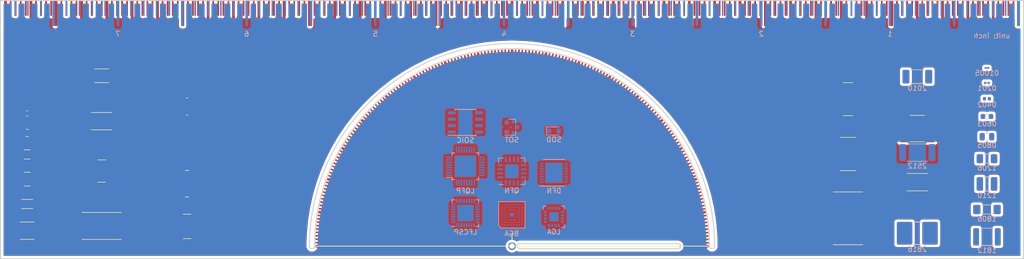
<source format=kicad_pcb>
(kicad_pcb (version 20171130) (host pcbnew 5.0.2-bee76a0~70~ubuntu18.04.1)
  (layers (0 F.Cu signal) (31 B.Cu signal) (34 B.Paste user) (35 F.Paste user) (38 B.Mask user) (39 F.Mask user) (44 Edge.Cuts user))
  (net 0 "")
  (module LOGO (layer B.Cu) (at 57.15 57.95)
    (fp_text reference G*** hide)
    (fp_text value LOGO hide)
  )
  (module Symbol:KiCad-Logo_5mm_SolderMask (layer B.Cu) (at 33.09304 70.7 180)
    (fp_text reference REF** hide)
    (fp_text value "KiCAD Logo")
  )
  (module Ruler:ruler-20-cm (layer F.Cu) (at 25.4 75.7)
    (fp_text reference REF** hide)
    (fp_text value ruler-20-cm)
    (pad 401 smd rect (at 198 -48.5) (size 0.3 3) (layers F.Cu F.Paste F.Mask))
    (pad 391 smd rect (at 193 -48.5) (size 0.3 3) (layers F.Cu F.Paste F.Mask))
    (pad 381 smd rect (at 188 -48.5) (size 0.3 3) (layers F.Cu F.Paste F.Mask))
    (pad 371 smd rect (at 183 -48.5) (size 0.3 3) (layers F.Cu F.Paste F.Mask))
    (pad 361 smd rect (at 178 -48.5) (size 0.3 3) (layers F.Cu F.Paste F.Mask))
    (pad 351 smd rect (at 173 -48.5) (size 0.3 3) (layers F.Cu F.Paste F.Mask))
    (pad 341 smd rect (at 168 -48.5) (size 0.3 3) (layers F.Cu F.Paste F.Mask))
    (pad 331 smd rect (at 163 -48.5) (size 0.3 3) (layers F.Cu F.Paste F.Mask))
    (pad 321 smd rect (at 158 -48.5) (size 0.3 3) (layers F.Cu F.Paste F.Mask))
    (pad 311 smd rect (at 153 -48.5) (size 0.3 3) (layers F.Cu F.Paste F.Mask))
    (pad 301 smd rect (at 148 -48.5) (size 0.3 3) (layers F.Cu F.Paste F.Mask))
    (pad 291 smd rect (at 143 -48.5) (size 0.3 3) (layers F.Cu F.Paste F.Mask))
    (pad 281 smd rect (at 138 -48.5) (size 0.3 3) (layers F.Cu F.Paste F.Mask))
    (pad 271 smd rect (at 133 -48.5) (size 0.3 3) (layers F.Cu F.Paste F.Mask))
    (pad 261 smd rect (at 128 -48.5) (size 0.3 3) (layers F.Cu F.Paste F.Mask))
    (pad 251 smd rect (at 123 -48.5) (size 0.3 3) (layers F.Cu F.Paste F.Mask))
    (pad 241 smd rect (at 118 -48.5) (size 0.3 3) (layers F.Cu F.Paste F.Mask))
    (pad 231 smd rect (at 113 -48.5) (size 0.3 3) (layers F.Cu F.Paste F.Mask))
    (pad 221 smd rect (at 108 -48.5) (size 0.3 3) (layers F.Cu F.Paste F.Mask))
    (pad 211 smd rect (at 103 -48.5) (size 0.3 3) (layers F.Cu F.Paste F.Mask))
    (pad 201 smd rect (at 98 -48.5) (size 0.3 3) (layers F.Cu F.Paste F.Mask))
    (pad 191 smd rect (at 93 -48.5) (size 0.3 3) (layers F.Cu F.Paste F.Mask))
    (pad 181 smd rect (at 88 -48.5) (size 0.3 3) (layers F.Cu F.Paste F.Mask))
    (pad 171 smd rect (at 83 -48.5) (size 0.3 3) (layers F.Cu F.Paste F.Mask))
    (pad 161 smd rect (at 78 -48.5) (size 0.3 3) (layers F.Cu F.Paste F.Mask))
    (pad 151 smd rect (at 73 -48.5) (size 0.3 3) (layers F.Cu F.Paste F.Mask))
    (pad 141 smd rect (at 68 -48.5) (size 0.3 3) (layers F.Cu F.Paste F.Mask))
    (pad 131 smd rect (at 63 -48.5) (size 0.3 3) (layers F.Cu F.Paste F.Mask))
    (pad 121 smd rect (at 58 -48.5) (size 0.3 3) (layers F.Cu F.Paste F.Mask))
    (pad 111 smd rect (at 53 -48.5) (size 0.3 3) (layers F.Cu F.Paste F.Mask))
    (pad 101 smd rect (at 48 -48.5) (size 0.3 3) (layers F.Cu F.Paste F.Mask))
    (pad 91 smd rect (at 43 -48.5) (size 0.3 3) (layers F.Cu F.Paste F.Mask))
    (pad 81 smd rect (at 38 -48.5) (size 0.3 3) (layers F.Cu F.Paste F.Mask))
    (pad 71 smd rect (at 33 -48.5) (size 0.3 3) (layers F.Cu F.Paste F.Mask))
    (pad 61 smd rect (at 28 -48.5) (size 0.3 3) (layers F.Cu F.Paste F.Mask))
    (pad 51 smd rect (at 23 -48.5) (size 0.3 3) (layers F.Cu F.Paste F.Mask))
    (pad 41 smd rect (at 18 -48.5) (size 0.3 3) (layers F.Cu F.Paste F.Mask))
    (pad 31 smd rect (at 13 -48.5) (size 0.3 3) (layers F.Cu F.Paste F.Mask))
    (pad 21 smd rect (at 8 -48.5) (size 0.3 3) (layers F.Cu F.Paste F.Mask))
    (pad 401 smd rect (at 197 -48.5) (size 0.3 3) (layers F.Cu F.Paste F.Mask))
    (pad 391 smd rect (at 192 -48.5) (size 0.3 3) (layers F.Cu F.Paste F.Mask))
    (pad 381 smd rect (at 187 -48.5) (size 0.3 3) (layers F.Cu F.Paste F.Mask))
    (pad 371 smd rect (at 182 -48.5) (size 0.3 3) (layers F.Cu F.Paste F.Mask))
    (pad 361 smd rect (at 177 -48.5) (size 0.3 3) (layers F.Cu F.Paste F.Mask))
    (pad 351 smd rect (at 172 -48.5) (size 0.3 3) (layers F.Cu F.Paste F.Mask))
    (pad 341 smd rect (at 167 -48.5) (size 0.3 3) (layers F.Cu F.Paste F.Mask))
    (pad 331 smd rect (at 162 -48.5) (size 0.3 3) (layers F.Cu F.Paste F.Mask))
    (pad 321 smd rect (at 157 -48.5) (size 0.3 3) (layers F.Cu F.Paste F.Mask))
    (pad 311 smd rect (at 152 -48.5) (size 0.3 3) (layers F.Cu F.Paste F.Mask))
    (pad 301 smd rect (at 147 -48.5) (size 0.3 3) (layers F.Cu F.Paste F.Mask))
    (pad 291 smd rect (at 142 -48.5) (size 0.3 3) (layers F.Cu F.Paste F.Mask))
    (pad 281 smd rect (at 137 -48.5) (size 0.3 3) (layers F.Cu F.Paste F.Mask))
    (pad 271 smd rect (at 132 -48.5) (size 0.3 3) (layers F.Cu F.Paste F.Mask))
    (pad 261 smd rect (at 127 -48.5) (size 0.3 3) (layers F.Cu F.Paste F.Mask))
    (pad 251 smd rect (at 122 -48.5) (size 0.3 3) (layers F.Cu F.Paste F.Mask))
    (pad 241 smd rect (at 117 -48.5) (size 0.3 3) (layers F.Cu F.Paste F.Mask))
    (pad 231 smd rect (at 112 -48.5) (size 0.3 3) (layers F.Cu F.Paste F.Mask))
    (pad 221 smd rect (at 107 -48.5) (size 0.3 3) (layers F.Cu F.Paste F.Mask))
    (pad 211 smd rect (at 102 -48.5) (size 0.3 3) (layers F.Cu F.Paste F.Mask))
    (pad 201 smd rect (at 97 -48.5) (size 0.3 3) (layers F.Cu F.Paste F.Mask))
    (pad 191 smd rect (at 92 -48.5) (size 0.3 3) (layers F.Cu F.Paste F.Mask))
    (pad 181 smd rect (at 87 -48.5) (size 0.3 3) (layers F.Cu F.Paste F.Mask))
    (pad 171 smd rect (at 82 -48.5) (size 0.3 3) (layers F.Cu F.Paste F.Mask))
    (pad 161 smd rect (at 77 -48.5) (size 0.3 3) (layers F.Cu F.Paste F.Mask))
    (pad 151 smd rect (at 72 -48.5) (size 0.3 3) (layers F.Cu F.Paste F.Mask))
    (pad 141 smd rect (at 67 -48.5) (size 0.3 3) (layers F.Cu F.Paste F.Mask))
    (pad 131 smd rect (at 62 -48.5) (size 0.3 3) (layers F.Cu F.Paste F.Mask))
    (pad 121 smd rect (at 57 -48.5) (size 0.3 3) (layers F.Cu F.Paste F.Mask))
    (pad 111 smd rect (at 52 -48.5) (size 0.3 3) (layers F.Cu F.Paste F.Mask))
    (pad 101 smd rect (at 47 -48.5) (size 0.3 3) (layers F.Cu F.Paste F.Mask))
    (pad 91 smd rect (at 42 -48.5) (size 0.3 3) (layers F.Cu F.Paste F.Mask))
    (pad 81 smd rect (at 37 -48.5) (size 0.3 3) (layers F.Cu F.Paste F.Mask))
    (pad 71 smd rect (at 32 -48.5) (size 0.3 3) (layers F.Cu F.Paste F.Mask))
    (pad 61 smd rect (at 27 -48.5) (size 0.3 3) (layers F.Cu F.Paste F.Mask))
    (pad 51 smd rect (at 22 -48.5) (size 0.3 3) (layers F.Cu F.Paste F.Mask))
    (pad 41 smd rect (at 17 -48.5) (size 0.3 3) (layers F.Cu F.Paste F.Mask))
    (pad 31 smd rect (at 12 -48.5) (size 0.3 3) (layers F.Cu F.Paste F.Mask))
    (pad 21 smd rect (at 7 -48.5) (size 0.3 3) (layers F.Cu F.Paste F.Mask))
    (pad 401 smd rect (at 196 -48.5) (size 0.3 3) (layers F.Cu F.Paste F.Mask))
    (pad 391 smd rect (at 191 -48.5) (size 0.3 3) (layers F.Cu F.Paste F.Mask))
    (pad 381 smd rect (at 186 -48.5) (size 0.3 3) (layers F.Cu F.Paste F.Mask))
    (pad 371 smd rect (at 181 -48.5) (size 0.3 3) (layers F.Cu F.Paste F.Mask))
    (pad 361 smd rect (at 176 -48.5) (size 0.3 3) (layers F.Cu F.Paste F.Mask))
    (pad 351 smd rect (at 171 -48.5) (size 0.3 3) (layers F.Cu F.Paste F.Mask))
    (pad 341 smd rect (at 166 -48.5) (size 0.3 3) (layers F.Cu F.Paste F.Mask))
    (pad 331 smd rect (at 161 -48.5) (size 0.3 3) (layers F.Cu F.Paste F.Mask))
    (pad 321 smd rect (at 156 -48.5) (size 0.3 3) (layers F.Cu F.Paste F.Mask))
    (pad 311 smd rect (at 151 -48.5) (size 0.3 3) (layers F.Cu F.Paste F.Mask))
    (pad 301 smd rect (at 146 -48.5) (size 0.3 3) (layers F.Cu F.Paste F.Mask))
    (pad 291 smd rect (at 141 -48.5) (size 0.3 3) (layers F.Cu F.Paste F.Mask))
    (pad 281 smd rect (at 136 -48.5) (size 0.3 3) (layers F.Cu F.Paste F.Mask))
    (pad 271 smd rect (at 131 -48.5) (size 0.3 3) (layers F.Cu F.Paste F.Mask))
    (pad 261 smd rect (at 126 -48.5) (size 0.3 3) (layers F.Cu F.Paste F.Mask))
    (pad 251 smd rect (at 121 -48.5) (size 0.3 3) (layers F.Cu F.Paste F.Mask))
    (pad 241 smd rect (at 116 -48.5) (size 0.3 3) (layers F.Cu F.Paste F.Mask))
    (pad 231 smd rect (at 111 -48.5) (size 0.3 3) (layers F.Cu F.Paste F.Mask))
    (pad 221 smd rect (at 106 -48.5) (size 0.3 3) (layers F.Cu F.Paste F.Mask))
    (pad 211 smd rect (at 101 -48.5) (size 0.3 3) (layers F.Cu F.Paste F.Mask))
    (pad 201 smd rect (at 96 -48.5) (size 0.3 3) (layers F.Cu F.Paste F.Mask))
    (pad 191 smd rect (at 91 -48.5) (size 0.3 3) (layers F.Cu F.Paste F.Mask))
    (pad 181 smd rect (at 86 -48.5) (size 0.3 3) (layers F.Cu F.Paste F.Mask))
    (pad 171 smd rect (at 81 -48.5) (size 0.3 3) (layers F.Cu F.Paste F.Mask))
    (pad 161 smd rect (at 76 -48.5) (size 0.3 3) (layers F.Cu F.Paste F.Mask))
    (pad 151 smd rect (at 71 -48.5) (size 0.3 3) (layers F.Cu F.Paste F.Mask))
    (pad 141 smd rect (at 66 -48.5) (size 0.3 3) (layers F.Cu F.Paste F.Mask))
    (pad 131 smd rect (at 61 -48.5) (size 0.3 3) (layers F.Cu F.Paste F.Mask))
    (pad 121 smd rect (at 56 -48.5) (size 0.3 3) (layers F.Cu F.Paste F.Mask))
    (pad 111 smd rect (at 51 -48.5) (size 0.3 3) (layers F.Cu F.Paste F.Mask))
    (pad 101 smd rect (at 46 -48.5) (size 0.3 3) (layers F.Cu F.Paste F.Mask))
    (pad 91 smd rect (at 41 -48.5) (size 0.3 3) (layers F.Cu F.Paste F.Mask))
    (pad 81 smd rect (at 36 -48.5) (size 0.3 3) (layers F.Cu F.Paste F.Mask))
    (pad 71 smd rect (at 31 -48.5) (size 0.3 3) (layers F.Cu F.Paste F.Mask))
    (pad 61 smd rect (at 26 -48.5) (size 0.3 3) (layers F.Cu F.Paste F.Mask))
    (pad 51 smd rect (at 21 -48.5) (size 0.3 3) (layers F.Cu F.Paste F.Mask))
    (pad 41 smd rect (at 16 -48.5) (size 0.3 3) (layers F.Cu F.Paste F.Mask))
    (pad 31 smd rect (at 11 -48.5) (size 0.3 3) (layers F.Cu F.Paste F.Mask))
    (pad 21 smd rect (at 6 -48.5) (size 0.3 3) (layers F.Cu F.Paste F.Mask))
    (pad 401 smd rect (at 199 -48.5) (size 0.3 3) (layers F.Cu F.Paste F.Mask))
    (pad 391 smd rect (at 194 -48.5) (size 0.3 3) (layers F.Cu F.Paste F.Mask))
    (pad 381 smd rect (at 189 -48.5) (size 0.3 3) (layers F.Cu F.Paste F.Mask))
    (pad 371 smd rect (at 184 -48.5) (size 0.3 3) (layers F.Cu F.Paste F.Mask))
    (pad 361 smd rect (at 179 -48.5) (size 0.3 3) (layers F.Cu F.Paste F.Mask))
    (pad 351 smd rect (at 174 -48.5) (size 0.3 3) (layers F.Cu F.Paste F.Mask))
    (pad 341 smd rect (at 169 -48.5) (size 0.3 3) (layers F.Cu F.Paste F.Mask))
    (pad 331 smd rect (at 164 -48.5) (size 0.3 3) (layers F.Cu F.Paste F.Mask))
    (pad 321 smd rect (at 159 -48.5) (size 0.3 3) (layers F.Cu F.Paste F.Mask))
    (pad 311 smd rect (at 154 -48.5) (size 0.3 3) (layers F.Cu F.Paste F.Mask))
    (pad 301 smd rect (at 149 -48.5) (size 0.3 3) (layers F.Cu F.Paste F.Mask))
    (pad 291 smd rect (at 144 -48.5) (size 0.3 3) (layers F.Cu F.Paste F.Mask))
    (pad 281 smd rect (at 139 -48.5) (size 0.3 3) (layers F.Cu F.Paste F.Mask))
    (pad 271 smd rect (at 134 -48.5) (size 0.3 3) (layers F.Cu F.Paste F.Mask))
    (pad 261 smd rect (at 129 -48.5) (size 0.3 3) (layers F.Cu F.Paste F.Mask))
    (pad 251 smd rect (at 124 -48.5) (size 0.3 3) (layers F.Cu F.Paste F.Mask))
    (pad 241 smd rect (at 119 -48.5) (size 0.3 3) (layers F.Cu F.Paste F.Mask))
    (pad 231 smd rect (at 114 -48.5) (size 0.3 3) (layers F.Cu F.Paste F.Mask))
    (pad 221 smd rect (at 109 -48.5) (size 0.3 3) (layers F.Cu F.Paste F.Mask))
    (pad 211 smd rect (at 104 -48.5) (size 0.3 3) (layers F.Cu F.Paste F.Mask))
    (pad 201 smd rect (at 99 -48.5) (size 0.3 3) (layers F.Cu F.Paste F.Mask))
    (pad 191 smd rect (at 94 -48.5) (size 0.3 3) (layers F.Cu F.Paste F.Mask))
    (pad 181 smd rect (at 89 -48.5) (size 0.3 3) (layers F.Cu F.Paste F.Mask))
    (pad 171 smd rect (at 84 -48.5) (size 0.3 3) (layers F.Cu F.Paste F.Mask))
    (pad 161 smd rect (at 79 -48.5) (size 0.3 3) (layers F.Cu F.Paste F.Mask))
    (pad 151 smd rect (at 74 -48.5) (size 0.3 3) (layers F.Cu F.Paste F.Mask))
    (pad 141 smd rect (at 69 -48.5) (size 0.3 3) (layers F.Cu F.Paste F.Mask))
    (pad 131 smd rect (at 64 -48.5) (size 0.3 3) (layers F.Cu F.Paste F.Mask))
    (pad 121 smd rect (at 59 -48.5) (size 0.3 3) (layers F.Cu F.Paste F.Mask))
    (pad 111 smd rect (at 54 -48.5) (size 0.3 3) (layers F.Cu F.Paste F.Mask))
    (pad 101 smd rect (at 49 -48.5) (size 0.3 3) (layers F.Cu F.Paste F.Mask))
    (pad 91 smd rect (at 44 -48.5) (size 0.3 3) (layers F.Cu F.Paste F.Mask))
    (pad 81 smd rect (at 39 -48.5) (size 0.3 3) (layers F.Cu F.Paste F.Mask))
    (pad 71 smd rect (at 34 -48.5) (size 0.3 3) (layers F.Cu F.Paste F.Mask))
    (pad 61 smd rect (at 29 -48.5) (size 0.3 3) (layers F.Cu F.Paste F.Mask))
    (pad 51 smd rect (at 24 -48.5) (size 0.3 3) (layers F.Cu F.Paste F.Mask))
    (pad 41 smd rect (at 19 -48.5) (size 0.3 3) (layers F.Cu F.Paste F.Mask))
    (pad 31 smd rect (at 14 -48.5) (size 0.3 3) (layers F.Cu F.Paste F.Mask))
    (pad 21 smd rect (at 9 -48.5) (size 0.3 3) (layers F.Cu F.Paste F.Mask))
    (pad 41 smd rect (at 4 -48.5) (size 0.3 3) (layers F.Cu F.Paste F.Mask))
    (pad 31 smd rect (at 3 -48.5) (size 0.3 3) (layers F.Cu F.Paste F.Mask))
    (pad 21 smd rect (at 2 -48.5) (size 0.3 3) (layers F.Cu F.Paste F.Mask))
    (pad 1 smd rect (at 1 -48.5) (size 0.3 3) (layers F.Cu F.Paste F.Mask))
    (pad 411 smd rect (at 200 -47.5) (size 0.5 5) (layers F.Cu F.Paste F.Mask))
    (pad 401 smd rect (at 195 -47.5) (size 0.5 5) (layers F.Cu F.Paste F.Mask))
    (pad 391 smd rect (at 190 -47.5) (size 0.5 5) (layers F.Cu F.Paste F.Mask))
    (pad 381 smd rect (at 185 -47.5) (size 0.5 5) (layers F.Cu F.Paste F.Mask))
    (pad 371 smd rect (at 180 -47.5) (size 0.5 5) (layers F.Cu F.Paste F.Mask))
    (pad 361 smd rect (at 175 -47.5) (size 0.5 5) (layers F.Cu F.Paste F.Mask))
    (pad 351 smd rect (at 170 -47.5) (size 0.5 5) (layers F.Cu F.Paste F.Mask))
    (pad 341 smd rect (at 165 -47.5) (size 0.5 5) (layers F.Cu F.Paste F.Mask))
    (pad 331 smd rect (at 160 -47.5) (size 0.5 5) (layers F.Cu F.Paste F.Mask))
    (pad 321 smd rect (at 155 -47.5) (size 0.5 5) (layers F.Cu F.Paste F.Mask))
    (pad 311 smd rect (at 150 -47.5) (size 0.5 5) (layers F.Cu F.Paste F.Mask))
    (pad 301 smd rect (at 145 -47.5) (size 0.5 5) (layers F.Cu F.Paste F.Mask))
    (pad 291 smd rect (at 140 -47.5) (size 0.5 5) (layers F.Cu F.Paste F.Mask))
    (pad 281 smd rect (at 135 -47.5) (size 0.5 5) (layers F.Cu F.Paste F.Mask))
    (pad 271 smd rect (at 130 -47.5) (size 0.5 5) (layers F.Cu F.Paste F.Mask))
    (pad 261 smd rect (at 125 -47.5) (size 0.5 5) (layers F.Cu F.Paste F.Mask))
    (pad 251 smd rect (at 120 -47.5) (size 0.5 5) (layers F.Cu F.Paste F.Mask))
    (pad 241 smd rect (at 115 -47.5) (size 0.5 5) (layers F.Cu F.Paste F.Mask))
    (pad 231 smd rect (at 110 -47.5) (size 0.5 5) (layers F.Cu F.Paste F.Mask))
    (pad 221 smd rect (at 105 -47.5) (size 0.5 5) (layers F.Cu F.Paste F.Mask))
    (pad 211 smd rect (at 100 -47.5) (size 0.5 5) (layers F.Cu F.Paste F.Mask))
    (pad 201 smd rect (at 95 -47.5) (size 0.5 5) (layers F.Cu F.Paste F.Mask))
    (pad 191 smd rect (at 90 -47.5) (size 0.5 5) (layers F.Cu F.Paste F.Mask))
    (pad 181 smd rect (at 85 -47.5) (size 0.5 5) (layers F.Cu F.Paste F.Mask))
    (pad 171 smd rect (at 80 -47.5) (size 0.5 5) (layers F.Cu F.Paste F.Mask))
    (pad 161 smd rect (at 75 -47.5) (size 0.5 5) (layers F.Cu F.Paste F.Mask))
    (pad 151 smd rect (at 70 -47.5) (size 0.5 5) (layers F.Cu F.Paste F.Mask))
    (pad 141 smd rect (at 65 -47.5) (size 0.5 5) (layers F.Cu F.Paste F.Mask))
    (pad 131 smd rect (at 60 -47.5) (size 0.5 5) (layers F.Cu F.Paste F.Mask))
    (pad 121 smd rect (at 55 -47.5) (size 0.5 5) (layers F.Cu F.Paste F.Mask))
    (pad 111 smd rect (at 50 -47.5) (size 0.5 5) (layers F.Cu F.Paste F.Mask))
    (pad 101 smd rect (at 45 -47.5) (size 0.5 5) (layers F.Cu F.Paste F.Mask))
    (pad 91 smd rect (at 40 -47.5) (size 0.5 5) (layers F.Cu F.Paste F.Mask))
    (pad 81 smd rect (at 35 -47.5) (size 0.5 5) (layers F.Cu F.Paste F.Mask))
    (pad 71 smd rect (at 30 -47.5) (size 0.5 5) (layers F.Cu F.Paste F.Mask))
    (pad 61 smd rect (at 25 -47.5) (size 0.5 5) (layers F.Cu F.Paste F.Mask))
    (pad 51 smd rect (at 20 -47.5) (size 0.5 5) (layers F.Cu F.Paste F.Mask))
    (pad 41 smd rect (at 15 -47.5) (size 0.5 5) (layers F.Cu F.Paste F.Mask))
    (pad 31 smd rect (at 10 -47.5) (size 0.5 5) (layers F.Cu F.Paste F.Mask))
    (pad 21 smd rect (at 5 -47.5) (size 0.5 5) (layers F.Cu F.Paste F.Mask))
    (pad 1 smd rect (at 0 -47.5) (size 0.5 5) (layers F.Cu F.Paste F.Mask))
  )
  (module Package_DFN_QFN:QFN-16-1EP_5x5mm_P0.8mm_EP2.7x2.7mm (layer B.Cu) (at 125.35992 59.41962)
    (fp_text reference QFN (at 0 3.8) (layer B.SilkS) (effects (justify mirror)))
    (fp_text value QFN-16-1EP_5x5mm_P0.8mm_EP2.7x2.7mm)
    (pad 16 smd roundrect (at -1.2 2.325) (size 0.35 1.05) (layers B.Cu B.Paste B.Mask))
    (pad 15 smd roundrect (at -0.4 2.325) (size 0.35 1.05) (layers B.Cu B.Paste B.Mask))
    (pad 14 smd roundrect (at 0.4 2.325) (size 0.35 1.05) (layers B.Cu B.Paste B.Mask))
    (pad 13 smd roundrect (at 1.2 2.325) (size 0.35 1.05) (layers B.Cu B.Paste B.Mask))
    (pad 12 smd roundrect (at 2.325 1.2) (size 1.05 0.35) (layers B.Cu B.Paste B.Mask))
    (pad 11 smd roundrect (at 2.325 0.4) (size 1.05 0.35) (layers B.Cu B.Paste B.Mask))
    (pad 10 smd roundrect (at 2.325 -0.4) (size 1.05 0.35) (layers B.Cu B.Paste B.Mask))
    (pad 9 smd roundrect (at 2.325 -1.2) (size 1.05 0.35) (layers B.Cu B.Paste B.Mask))
    (pad 8 smd roundrect (at 1.2 -2.325) (size 0.35 1.05) (layers B.Cu B.Paste B.Mask))
    (pad 7 smd roundrect (at 0.4 -2.325) (size 0.35 1.05) (layers B.Cu B.Paste B.Mask))
    (pad 6 smd roundrect (at -0.4 -2.325) (size 0.35 1.05) (layers B.Cu B.Paste B.Mask))
    (pad 5 smd roundrect (at -1.2 -2.325) (size 0.35 1.05) (layers B.Cu B.Paste B.Mask))
    (pad 4 smd roundrect (at -2.325 -1.2) (size 1.05 0.35) (layers B.Cu B.Paste B.Mask))
    (pad 3 smd roundrect (at -2.325 -0.4) (size 1.05 0.35) (layers B.Cu B.Paste B.Mask))
    (pad 2 smd roundrect (at -2.325 0.4) (size 1.05 0.35) (layers B.Cu B.Paste B.Mask))
    (pad 1 smd roundrect (at -2.325 1.2) (size 1.05 0.35) (layers B.Cu B.Paste B.Mask))
    (pad 17 smd roundrect (at 0 0) (size 2.7 2.7) (layers B.Cu B.Mask) (roundrect_rratio 0.09259299999999999))
  )
  (module Ruler:ruler-inch-15 (layer B.Cu) (at 225.4 75.7 180)
    (fp_text reference REF** hide)
    (fp_text value ruler-inch-15)
    (fp_text user "unit: inch" (at 5.258 43.034 180) (layer B.SilkS) (effects (justify mirror)))
    (fp_text user 1 (at 25.4 43.396 180) (layer B.SilkS) (effects (justify mirror)))
    (fp_text user 2 (at 50.8 43.396 180) (layer B.SilkS) (effects (justify mirror)))
    (fp_text user 3 (at 76.2 43.396 180) (layer B.SilkS) (effects (justify mirror)))
    (fp_text user 4 (at 101.6 43.396 180) (layer B.SilkS) (effects (justify mirror)))
    (fp_text user 5 (at 127 43.396 180) (layer B.SilkS) (effects (justify mirror)))
    (fp_text user 6 (at 152.4 43.396 180) (layer B.SilkS) (effects (justify mirror)))
    (fp_text user 7 (at 177.8 43.396 180) (layer B.SilkS) (effects (justify mirror)))
    (pad 1 smd rect (at 2.54 48.5 180) (size 0.3048 3.048) (layers B.Cu B.Paste B.Mask))
    (pad 1 smd rect (at 0 47.5 180) (size 0.508 5.08) (layers B.Cu B.Paste B.Mask))
    (pad 21 smd rect (at 12.7 47.5 180) (size 0.508 5.08) (layers B.Cu B.Paste B.Mask))
    (pad 31 smd rect (at 25.4 47.5 180) (size 0.508 5.08) (layers B.Cu B.Paste B.Mask))
    (pad 41 smd rect (at 38.1 47.5 180) (size 0.508 5.08) (layers B.Cu B.Paste B.Mask))
    (pad 51 smd rect (at 50.8 47.5 180) (size 0.508 5.08) (layers B.Cu B.Paste B.Mask))
    (pad 61 smd rect (at 63.5 47.5 180) (size 0.508 5.08) (layers B.Cu B.Paste B.Mask))
    (pad 71 smd rect (at 76.2 47.5 180) (size 0.508 5.08) (layers B.Cu B.Paste B.Mask))
    (pad 81 smd rect (at 88.9 47.5 180) (size 0.508 5.08) (layers B.Cu B.Paste B.Mask))
    (pad 91 smd rect (at 101.6 47.5 180) (size 0.508 5.08) (layers B.Cu B.Paste B.Mask))
    (pad 101 smd rect (at 114.3 47.5 180) (size 0.508 5.08) (layers B.Cu B.Paste B.Mask))
    (pad 111 smd rect (at 127 47.5 180) (size 0.508 5.08) (layers B.Cu B.Paste B.Mask))
    (pad 121 smd rect (at 139.7 47.5 180) (size 0.508 5.08) (layers B.Cu B.Paste B.Mask))
    (pad 131 smd rect (at 152.4 47.5 180) (size 0.508 5.08) (layers B.Cu B.Paste B.Mask))
    (pad 141 smd rect (at 165.1 47.5 180) (size 0.508 5.08) (layers B.Cu B.Paste B.Mask))
    (pad 151 smd rect (at 177.8 47.5 180) (size 0.508 5.08) (layers B.Cu B.Paste B.Mask))
    (pad 161 smd rect (at 190.5 47.5 180) (size 0.508 5.08) (layers B.Cu B.Paste B.Mask))
    (pad 21 smd rect (at 5.08 48.5 180) (size 0.3048 3.048) (layers B.Cu B.Paste B.Mask))
    (pad 31 smd rect (at 7.62 48.5 180) (size 0.3048 3.048) (layers B.Cu B.Paste B.Mask))
    (pad 41 smd rect (at 10.16 48.5 180) (size 0.3048 3.048) (layers B.Cu B.Paste B.Mask))
    (pad 21 smd rect (at 22.86 48.5 180) (size 0.3048 3.048) (layers B.Cu B.Paste B.Mask))
    (pad 31 smd rect (at 35.56 48.5 180) (size 0.3048 3.048) (layers B.Cu B.Paste B.Mask))
    (pad 41 smd rect (at 48.26 48.5 180) (size 0.3048 3.048) (layers B.Cu B.Paste B.Mask))
    (pad 51 smd rect (at 60.96 48.5 180) (size 0.3048 3.048) (layers B.Cu B.Paste B.Mask))
    (pad 61 smd rect (at 73.66 48.5 180) (size 0.3048 3.048) (layers B.Cu B.Paste B.Mask))
    (pad 71 smd rect (at 86.36 48.5 180) (size 0.3048 3.048) (layers B.Cu B.Paste B.Mask))
    (pad 81 smd rect (at 99.06 48.5 180) (size 0.3048 3.048) (layers B.Cu B.Paste B.Mask))
    (pad 91 smd rect (at 111.76 48.5 180) (size 0.3048 3.048) (layers B.Cu B.Paste B.Mask))
    (pad 101 smd rect (at 124.46 48.5 180) (size 0.3048 3.048) (layers B.Cu B.Paste B.Mask))
    (pad 111 smd rect (at 137.16 48.5 180) (size 0.3048 3.048) (layers B.Cu B.Paste B.Mask))
    (pad 121 smd rect (at 149.86 48.5 180) (size 0.3048 3.048) (layers B.Cu B.Paste B.Mask))
    (pad 131 smd rect (at 162.56 48.5 180) (size 0.3048 3.048) (layers B.Cu B.Paste B.Mask))
    (pad 141 smd rect (at 175.26 48.5 180) (size 0.3048 3.048) (layers B.Cu B.Paste B.Mask))
    (pad 151 smd rect (at 187.96 48.5 180) (size 0.3048 3.048) (layers B.Cu B.Paste B.Mask))
    (pad 21 smd rect (at 17.78 48.5 180) (size 0.3048 3.048) (layers B.Cu B.Paste B.Mask))
    (pad 31 smd rect (at 30.48 48.5 180) (size 0.3048 3.048) (layers B.Cu B.Paste B.Mask))
    (pad 41 smd rect (at 43.18 48.5 180) (size 0.3048 3.048) (layers B.Cu B.Paste B.Mask))
    (pad 51 smd rect (at 55.88 48.5 180) (size 0.3048 3.048) (layers B.Cu B.Paste B.Mask))
    (pad 61 smd rect (at 68.58 48.5 180) (size 0.3048 3.048) (layers B.Cu B.Paste B.Mask))
    (pad 71 smd rect (at 81.28 48.5 180) (size 0.3048 3.048) (layers B.Cu B.Paste B.Mask))
    (pad 81 smd rect (at 93.98 48.5 180) (size 0.3048 3.048) (layers B.Cu B.Paste B.Mask))
    (pad 91 smd rect (at 106.68 48.5 180) (size 0.3048 3.048) (layers B.Cu B.Paste B.Mask))
    (pad 101 smd rect (at 119.38 48.5 180) (size 0.3048 3.048) (layers B.Cu B.Paste B.Mask))
    (pad 111 smd rect (at 132.08 48.5 180) (size 0.3048 3.048) (layers B.Cu B.Paste B.Mask))
    (pad 121 smd rect (at 144.78 48.5 180) (size 0.3048 3.048) (layers B.Cu B.Paste B.Mask))
    (pad 131 smd rect (at 157.48 48.5 180) (size 0.3048 3.048) (layers B.Cu B.Paste B.Mask))
    (pad 141 smd rect (at 170.18 48.5 180) (size 0.3048 3.048) (layers B.Cu B.Paste B.Mask))
    (pad 151 smd rect (at 182.88 48.5 180) (size 0.3048 3.048) (layers B.Cu B.Paste B.Mask))
    (pad 161 smd rect (at 195.58 48.5 180) (size 0.3048 3.048) (layers B.Cu B.Paste B.Mask))
    (pad 21 smd rect (at 15.24 48.5 180) (size 0.3048 3.048) (layers B.Cu B.Paste B.Mask))
    (pad 31 smd rect (at 27.94 48.5 180) (size 0.3048 3.048) (layers B.Cu B.Paste B.Mask))
    (pad 41 smd rect (at 40.64 48.5 180) (size 0.3048 3.048) (layers B.Cu B.Paste B.Mask))
    (pad 51 smd rect (at 53.34 48.5 180) (size 0.3048 3.048) (layers B.Cu B.Paste B.Mask))
    (pad 61 smd rect (at 66.04 48.5 180) (size 0.3048 3.048) (layers B.Cu B.Paste B.Mask))
    (pad 71 smd rect (at 78.74 48.5 180) (size 0.3048 3.048) (layers B.Cu B.Paste B.Mask))
    (pad 81 smd rect (at 91.44 48.5 180) (size 0.3048 3.048) (layers B.Cu B.Paste B.Mask))
    (pad 91 smd rect (at 104.14 48.5 180) (size 0.3048 3.048) (layers B.Cu B.Paste B.Mask))
    (pad 101 smd rect (at 116.84 48.5 180) (size 0.3048 3.048) (layers B.Cu B.Paste B.Mask))
    (pad 111 smd rect (at 129.54 48.5 180) (size 0.3048 3.048) (layers B.Cu B.Paste B.Mask))
    (pad 121 smd rect (at 142.24 48.5 180) (size 0.3048 3.048) (layers B.Cu B.Paste B.Mask))
    (pad 131 smd rect (at 154.94 48.5 180) (size 0.3048 3.048) (layers B.Cu B.Paste B.Mask))
    (pad 141 smd rect (at 167.64 48.5 180) (size 0.3048 3.048) (layers B.Cu B.Paste B.Mask))
    (pad 151 smd rect (at 180.34 48.5 180) (size 0.3048 3.048) (layers B.Cu B.Paste B.Mask))
    (pad 161 smd rect (at 193.04 48.5 180) (size 0.3048 3.048) (layers B.Cu B.Paste B.Mask))
    (pad 21 smd rect (at 20.32 48.5 180) (size 0.3048 3.048) (layers B.Cu B.Paste B.Mask))
    (pad 31 smd rect (at 33.02 48.5 180) (size 0.3048 3.048) (layers B.Cu B.Paste B.Mask))
    (pad 41 smd rect (at 45.72 48.5 180) (size 0.3048 3.048) (layers B.Cu B.Paste B.Mask))
    (pad 51 smd rect (at 58.42 48.5 180) (size 0.3048 3.048) (layers B.Cu B.Paste B.Mask))
    (pad 61 smd rect (at 71.12 48.5 180) (size 0.3048 3.048) (layers B.Cu B.Paste B.Mask))
    (pad 71 smd rect (at 83.82 48.5 180) (size 0.3048 3.048) (layers B.Cu B.Paste B.Mask))
    (pad 81 smd rect (at 96.52 48.5 180) (size 0.3048 3.048) (layers B.Cu B.Paste B.Mask))
    (pad 91 smd rect (at 109.22 48.5 180) (size 0.3048 3.048) (layers B.Cu B.Paste B.Mask))
    (pad 101 smd rect (at 121.92 48.5 180) (size 0.3048 3.048) (layers B.Cu B.Paste B.Mask))
    (pad 111 smd rect (at 134.62 48.5 180) (size 0.3048 3.048) (layers B.Cu B.Paste B.Mask))
    (pad 121 smd rect (at 147.32 48.5 180) (size 0.3048 3.048) (layers B.Cu B.Paste B.Mask))
    (pad 131 smd rect (at 160.02 48.5 180) (size 0.3048 3.048) (layers B.Cu B.Paste B.Mask))
    (pad 141 smd rect (at 172.72 48.5 180) (size 0.3048 3.048) (layers B.Cu B.Paste B.Mask))
    (pad 151 smd rect (at 185.42 48.5 180) (size 0.3048 3.048) (layers B.Cu B.Paste B.Mask))
    (pad 161 smd rect (at 198.12 48.5 180) (size 0.3048 3.048) (layers B.Cu B.Paste B.Mask))
  )
  (module Ruler:ruler-20-cm (layer F.Cu) (at 25.4 75.7)
    (fp_text reference REF** hide)
    (fp_text value ruler-20-cm)
    (pad 1 smd rect (at 0 -47.5) (size 0.5 5) (layers F.Cu F.Paste F.Mask))
    (pad 21 smd rect (at 5 -47.5) (size 0.5 5) (layers F.Cu F.Paste F.Mask))
    (pad 31 smd rect (at 10 -47.5) (size 0.5 5) (layers F.Cu F.Paste F.Mask))
    (pad 41 smd rect (at 15 -47.5) (size 0.5 5) (layers F.Cu F.Paste F.Mask))
    (pad 51 smd rect (at 20 -47.5) (size 0.5 5) (layers F.Cu F.Paste F.Mask))
    (pad 61 smd rect (at 25 -47.5) (size 0.5 5) (layers F.Cu F.Paste F.Mask))
    (pad 71 smd rect (at 30 -47.5) (size 0.5 5) (layers F.Cu F.Paste F.Mask))
    (pad 81 smd rect (at 35 -47.5) (size 0.5 5) (layers F.Cu F.Paste F.Mask))
    (pad 91 smd rect (at 40 -47.5) (size 0.5 5) (layers F.Cu F.Paste F.Mask))
    (pad 101 smd rect (at 45 -47.5) (size 0.5 5) (layers F.Cu F.Paste F.Mask))
    (pad 111 smd rect (at 50 -47.5) (size 0.5 5) (layers F.Cu F.Paste F.Mask))
    (pad 121 smd rect (at 55 -47.5) (size 0.5 5) (layers F.Cu F.Paste F.Mask))
    (pad 131 smd rect (at 60 -47.5) (size 0.5 5) (layers F.Cu F.Paste F.Mask))
    (pad 141 smd rect (at 65 -47.5) (size 0.5 5) (layers F.Cu F.Paste F.Mask))
    (pad 151 smd rect (at 70 -47.5) (size 0.5 5) (layers F.Cu F.Paste F.Mask))
    (pad 161 smd rect (at 75 -47.5) (size 0.5 5) (layers F.Cu F.Paste F.Mask))
    (pad 171 smd rect (at 80 -47.5) (size 0.5 5) (layers F.Cu F.Paste F.Mask))
    (pad 181 smd rect (at 85 -47.5) (size 0.5 5) (layers F.Cu F.Paste F.Mask))
    (pad 191 smd rect (at 90 -47.5) (size 0.5 5) (layers F.Cu F.Paste F.Mask))
    (pad 201 smd rect (at 95 -47.5) (size 0.5 5) (layers F.Cu F.Paste F.Mask))
    (pad 211 smd rect (at 100 -47.5) (size 0.5 5) (layers F.Cu F.Paste F.Mask))
    (pad 221 smd rect (at 105 -47.5) (size 0.5 5) (layers F.Cu F.Paste F.Mask))
    (pad 231 smd rect (at 110 -47.5) (size 0.5 5) (layers F.Cu F.Paste F.Mask))
    (pad 241 smd rect (at 115 -47.5) (size 0.5 5) (layers F.Cu F.Paste F.Mask))
    (pad 251 smd rect (at 120 -47.5) (size 0.5 5) (layers F.Cu F.Paste F.Mask))
    (pad 261 smd rect (at 125 -47.5) (size 0.5 5) (layers F.Cu F.Paste F.Mask))
    (pad 271 smd rect (at 130 -47.5) (size 0.5 5) (layers F.Cu F.Paste F.Mask))
    (pad 281 smd rect (at 135 -47.5) (size 0.5 5) (layers F.Cu F.Paste F.Mask))
    (pad 291 smd rect (at 140 -47.5) (size 0.5 5) (layers F.Cu F.Paste F.Mask))
    (pad 301 smd rect (at 145 -47.5) (size 0.5 5) (layers F.Cu F.Paste F.Mask))
    (pad 311 smd rect (at 150 -47.5) (size 0.5 5) (layers F.Cu F.Paste F.Mask))
    (pad 321 smd rect (at 155 -47.5) (size 0.5 5) (layers F.Cu F.Paste F.Mask))
    (pad 331 smd rect (at 160 -47.5) (size 0.5 5) (layers F.Cu F.Paste F.Mask))
    (pad 341 smd rect (at 165 -47.5) (size 0.5 5) (layers F.Cu F.Paste F.Mask))
    (pad 351 smd rect (at 170 -47.5) (size 0.5 5) (layers F.Cu F.Paste F.Mask))
    (pad 361 smd rect (at 175 -47.5) (size 0.5 5) (layers F.Cu F.Paste F.Mask))
    (pad 371 smd rect (at 180 -47.5) (size 0.5 5) (layers F.Cu F.Paste F.Mask))
    (pad 381 smd rect (at 185 -47.5) (size 0.5 5) (layers F.Cu F.Paste F.Mask))
    (pad 391 smd rect (at 190 -47.5) (size 0.5 5) (layers F.Cu F.Paste F.Mask))
    (pad 401 smd rect (at 195 -47.5) (size 0.5 5) (layers F.Cu F.Paste F.Mask))
    (pad 411 smd rect (at 200 -47.5) (size 0.5 5) (layers F.Cu F.Paste F.Mask))
    (pad 1 smd rect (at 1 -48.5) (size 0.3 3) (layers F.Cu F.Paste F.Mask))
    (pad 21 smd rect (at 2 -48.5) (size 0.3 3) (layers F.Cu F.Paste F.Mask))
    (pad 31 smd rect (at 3 -48.5) (size 0.3 3) (layers F.Cu F.Paste F.Mask))
    (pad 41 smd rect (at 4 -48.5) (size 0.3 3) (layers F.Cu F.Paste F.Mask))
    (pad 21 smd rect (at 9 -48.5) (size 0.3 3) (layers F.Cu F.Paste F.Mask))
    (pad 31 smd rect (at 14 -48.5) (size 0.3 3) (layers F.Cu F.Paste F.Mask))
    (pad 41 smd rect (at 19 -48.5) (size 0.3 3) (layers F.Cu F.Paste F.Mask))
    (pad 51 smd rect (at 24 -48.5) (size 0.3 3) (layers F.Cu F.Paste F.Mask))
    (pad 61 smd rect (at 29 -48.5) (size 0.3 3) (layers F.Cu F.Paste F.Mask))
    (pad 71 smd rect (at 34 -48.5) (size 0.3 3) (layers F.Cu F.Paste F.Mask))
    (pad 81 smd rect (at 39 -48.5) (size 0.3 3) (layers F.Cu F.Paste F.Mask))
    (pad 91 smd rect (at 44 -48.5) (size 0.3 3) (layers F.Cu F.Paste F.Mask))
    (pad 101 smd rect (at 49 -48.5) (size 0.3 3) (layers F.Cu F.Paste F.Mask))
    (pad 111 smd rect (at 54 -48.5) (size 0.3 3) (layers F.Cu F.Paste F.Mask))
    (pad 121 smd rect (at 59 -48.5) (size 0.3 3) (layers F.Cu F.Paste F.Mask))
    (pad 131 smd rect (at 64 -48.5) (size 0.3 3) (layers F.Cu F.Paste F.Mask))
    (pad 141 smd rect (at 69 -48.5) (size 0.3 3) (layers F.Cu F.Paste F.Mask))
    (pad 151 smd rect (at 74 -48.5) (size 0.3 3) (layers F.Cu F.Paste F.Mask))
    (pad 161 smd rect (at 79 -48.5) (size 0.3 3) (layers F.Cu F.Paste F.Mask))
    (pad 171 smd rect (at 84 -48.5) (size 0.3 3) (layers F.Cu F.Paste F.Mask))
    (pad 181 smd rect (at 89 -48.5) (size 0.3 3) (layers F.Cu F.Paste F.Mask))
    (pad 191 smd rect (at 94 -48.5) (size 0.3 3) (layers F.Cu F.Paste F.Mask))
    (pad 201 smd rect (at 99 -48.5) (size 0.3 3) (layers F.Cu F.Paste F.Mask))
    (pad 211 smd rect (at 104 -48.5) (size 0.3 3) (layers F.Cu F.Paste F.Mask))
    (pad 221 smd rect (at 109 -48.5) (size 0.3 3) (layers F.Cu F.Paste F.Mask))
    (pad 231 smd rect (at 114 -48.5) (size 0.3 3) (layers F.Cu F.Paste F.Mask))
    (pad 241 smd rect (at 119 -48.5) (size 0.3 3) (layers F.Cu F.Paste F.Mask))
    (pad 251 smd rect (at 124 -48.5) (size 0.3 3) (layers F.Cu F.Paste F.Mask))
    (pad 261 smd rect (at 129 -48.5) (size 0.3 3) (layers F.Cu F.Paste F.Mask))
    (pad 271 smd rect (at 134 -48.5) (size 0.3 3) (layers F.Cu F.Paste F.Mask))
    (pad 281 smd rect (at 139 -48.5) (size 0.3 3) (layers F.Cu F.Paste F.Mask))
    (pad 291 smd rect (at 144 -48.5) (size 0.3 3) (layers F.Cu F.Paste F.Mask))
    (pad 301 smd rect (at 149 -48.5) (size 0.3 3) (layers F.Cu F.Paste F.Mask))
    (pad 311 smd rect (at 154 -48.5) (size 0.3 3) (layers F.Cu F.Paste F.Mask))
    (pad 321 smd rect (at 159 -48.5) (size 0.3 3) (layers F.Cu F.Paste F.Mask))
    (pad 331 smd rect (at 164 -48.5) (size 0.3 3) (layers F.Cu F.Paste F.Mask))
    (pad 341 smd rect (at 169 -48.5) (size 0.3 3) (layers F.Cu F.Paste F.Mask))
    (pad 351 smd rect (at 174 -48.5) (size 0.3 3) (layers F.Cu F.Paste F.Mask))
    (pad 361 smd rect (at 179 -48.5) (size 0.3 3) (layers F.Cu F.Paste F.Mask))
    (pad 371 smd rect (at 184 -48.5) (size 0.3 3) (layers F.Cu F.Paste F.Mask))
    (pad 381 smd rect (at 189 -48.5) (size 0.3 3) (layers F.Cu F.Paste F.Mask))
    (pad 391 smd rect (at 194 -48.5) (size 0.3 3) (layers F.Cu F.Paste F.Mask))
    (pad 401 smd rect (at 199 -48.5) (size 0.3 3) (layers F.Cu F.Paste F.Mask))
    (pad 21 smd rect (at 6 -48.5) (size 0.3 3) (layers F.Cu F.Paste F.Mask))
    (pad 31 smd rect (at 11 -48.5) (size 0.3 3) (layers F.Cu F.Paste F.Mask))
    (pad 41 smd rect (at 16 -48.5) (size 0.3 3) (layers F.Cu F.Paste F.Mask))
    (pad 51 smd rect (at 21 -48.5) (size 0.3 3) (layers F.Cu F.Paste F.Mask))
    (pad 61 smd rect (at 26 -48.5) (size 0.3 3) (layers F.Cu F.Paste F.Mask))
    (pad 71 smd rect (at 31 -48.5) (size 0.3 3) (layers F.Cu F.Paste F.Mask))
    (pad 81 smd rect (at 36 -48.5) (size 0.3 3) (layers F.Cu F.Paste F.Mask))
    (pad 91 smd rect (at 41 -48.5) (size 0.3 3) (layers F.Cu F.Paste F.Mask))
    (pad 101 smd rect (at 46 -48.5) (size 0.3 3) (layers F.Cu F.Paste F.Mask))
    (pad 111 smd rect (at 51 -48.5) (size 0.3 3) (layers F.Cu F.Paste F.Mask))
    (pad 121 smd rect (at 56 -48.5) (size 0.3 3) (layers F.Cu F.Paste F.Mask))
    (pad 131 smd rect (at 61 -48.5) (size 0.3 3) (layers F.Cu F.Paste F.Mask))
    (pad 141 smd rect (at 66 -48.5) (size 0.3 3) (layers F.Cu F.Paste F.Mask))
    (pad 151 smd rect (at 71 -48.5) (size 0.3 3) (layers F.Cu F.Paste F.Mask))
    (pad 161 smd rect (at 76 -48.5) (size 0.3 3) (layers F.Cu F.Paste F.Mask))
    (pad 171 smd rect (at 81 -48.5) (size 0.3 3) (layers F.Cu F.Paste F.Mask))
    (pad 181 smd rect (at 86 -48.5) (size 0.3 3) (layers F.Cu F.Paste F.Mask))
    (pad 191 smd rect (at 91 -48.5) (size 0.3 3) (layers F.Cu F.Paste F.Mask))
    (pad 201 smd rect (at 96 -48.5) (size 0.3 3) (layers F.Cu F.Paste F.Mask))
    (pad 211 smd rect (at 101 -48.5) (size 0.3 3) (layers F.Cu F.Paste F.Mask))
    (pad 221 smd rect (at 106 -48.5) (size 0.3 3) (layers F.Cu F.Paste F.Mask))
    (pad 231 smd rect (at 111 -48.5) (size 0.3 3) (layers F.Cu F.Paste F.Mask))
    (pad 241 smd rect (at 116 -48.5) (size 0.3 3) (layers F.Cu F.Paste F.Mask))
    (pad 251 smd rect (at 121 -48.5) (size 0.3 3) (layers F.Cu F.Paste F.Mask))
    (pad 261 smd rect (at 126 -48.5) (size 0.3 3) (layers F.Cu F.Paste F.Mask))
    (pad 271 smd rect (at 131 -48.5) (size 0.3 3) (layers F.Cu F.Paste F.Mask))
    (pad 281 smd rect (at 136 -48.5) (size 0.3 3) (layers F.Cu F.Paste F.Mask))
    (pad 291 smd rect (at 141 -48.5) (size 0.3 3) (layers F.Cu F.Paste F.Mask))
    (pad 301 smd rect (at 146 -48.5) (size 0.3 3) (layers F.Cu F.Paste F.Mask))
    (pad 311 smd rect (at 151 -48.5) (size 0.3 3) (layers F.Cu F.Paste F.Mask))
    (pad 321 smd rect (at 156 -48.5) (size 0.3 3) (layers F.Cu F.Paste F.Mask))
    (pad 331 smd rect (at 161 -48.5) (size 0.3 3) (layers F.Cu F.Paste F.Mask))
    (pad 341 smd rect (at 166 -48.5) (size 0.3 3) (layers F.Cu F.Paste F.Mask))
    (pad 351 smd rect (at 171 -48.5) (size 0.3 3) (layers F.Cu F.Paste F.Mask))
    (pad 361 smd rect (at 176 -48.5) (size 0.3 3) (layers F.Cu F.Paste F.Mask))
    (pad 371 smd rect (at 181 -48.5) (size 0.3 3) (layers F.Cu F.Paste F.Mask))
    (pad 381 smd rect (at 186 -48.5) (size 0.3 3) (layers F.Cu F.Paste F.Mask))
    (pad 391 smd rect (at 191 -48.5) (size 0.3 3) (layers F.Cu F.Paste F.Mask))
    (pad 401 smd rect (at 196 -48.5) (size 0.3 3) (layers F.Cu F.Paste F.Mask))
    (pad 21 smd rect (at 7 -48.5) (size 0.3 3) (layers F.Cu F.Paste F.Mask))
    (pad 31 smd rect (at 12 -48.5) (size 0.3 3) (layers F.Cu F.Paste F.Mask))
    (pad 41 smd rect (at 17 -48.5) (size 0.3 3) (layers F.Cu F.Paste F.Mask))
    (pad 51 smd rect (at 22 -48.5) (size 0.3 3) (layers F.Cu F.Paste F.Mask))
    (pad 61 smd rect (at 27 -48.5) (size 0.3 3) (layers F.Cu F.Paste F.Mask))
    (pad 71 smd rect (at 32 -48.5) (size 0.3 3) (layers F.Cu F.Paste F.Mask))
    (pad 81 smd rect (at 37 -48.5) (size 0.3 3) (layers F.Cu F.Paste F.Mask))
    (pad 91 smd rect (at 42 -48.5) (size 0.3 3) (layers F.Cu F.Paste F.Mask))
    (pad 101 smd rect (at 47 -48.5) (size 0.3 3) (layers F.Cu F.Paste F.Mask))
    (pad 111 smd rect (at 52 -48.5) (size 0.3 3) (layers F.Cu F.Paste F.Mask))
    (pad 121 smd rect (at 57 -48.5) (size 0.3 3) (layers F.Cu F.Paste F.Mask))
    (pad 131 smd rect (at 62 -48.5) (size 0.3 3) (layers F.Cu F.Paste F.Mask))
    (pad 141 smd rect (at 67 -48.5) (size 0.3 3) (layers F.Cu F.Paste F.Mask))
    (pad 151 smd rect (at 72 -48.5) (size 0.3 3) (layers F.Cu F.Paste F.Mask))
    (pad 161 smd rect (at 77 -48.5) (size 0.3 3) (layers F.Cu F.Paste F.Mask))
    (pad 171 smd rect (at 82 -48.5) (size 0.3 3) (layers F.Cu F.Paste F.Mask))
    (pad 181 smd rect (at 87 -48.5) (size 0.3 3) (layers F.Cu F.Paste F.Mask))
    (pad 191 smd rect (at 92 -48.5) (size 0.3 3) (layers F.Cu F.Paste F.Mask))
    (pad 201 smd rect (at 97 -48.5) (size 0.3 3) (layers F.Cu F.Paste F.Mask))
    (pad 211 smd rect (at 102 -48.5) (size 0.3 3) (layers F.Cu F.Paste F.Mask))
    (pad 221 smd rect (at 107 -48.5) (size 0.3 3) (layers F.Cu F.Paste F.Mask))
    (pad 231 smd rect (at 112 -48.5) (size 0.3 3) (layers F.Cu F.Paste F.Mask))
    (pad 241 smd rect (at 117 -48.5) (size 0.3 3) (layers F.Cu F.Paste F.Mask))
    (pad 251 smd rect (at 122 -48.5) (size 0.3 3) (layers F.Cu F.Paste F.Mask))
    (pad 261 smd rect (at 127 -48.5) (size 0.3 3) (layers F.Cu F.Paste F.Mask))
    (pad 271 smd rect (at 132 -48.5) (size 0.3 3) (layers F.Cu F.Paste F.Mask))
    (pad 281 smd rect (at 137 -48.5) (size 0.3 3) (layers F.Cu F.Paste F.Mask))
    (pad 291 smd rect (at 142 -48.5) (size 0.3 3) (layers F.Cu F.Paste F.Mask))
    (pad 301 smd rect (at 147 -48.5) (size 0.3 3) (layers F.Cu F.Paste F.Mask))
    (pad 311 smd rect (at 152 -48.5) (size 0.3 3) (layers F.Cu F.Paste F.Mask))
    (pad 321 smd rect (at 157 -48.5) (size 0.3 3) (layers F.Cu F.Paste F.Mask))
    (pad 331 smd rect (at 162 -48.5) (size 0.3 3) (layers F.Cu F.Paste F.Mask))
    (pad 341 smd rect (at 167 -48.5) (size 0.3 3) (layers F.Cu F.Paste F.Mask))
    (pad 351 smd rect (at 172 -48.5) (size 0.3 3) (layers F.Cu F.Paste F.Mask))
    (pad 361 smd rect (at 177 -48.5) (size 0.3 3) (layers F.Cu F.Paste F.Mask))
    (pad 371 smd rect (at 182 -48.5) (size 0.3 3) (layers F.Cu F.Paste F.Mask))
    (pad 381 smd rect (at 187 -48.5) (size 0.3 3) (layers F.Cu F.Paste F.Mask))
    (pad 391 smd rect (at 192 -48.5) (size 0.3 3) (layers F.Cu F.Paste F.Mask))
    (pad 401 smd rect (at 197 -48.5) (size 0.3 3) (layers F.Cu F.Paste F.Mask))
    (pad 21 smd rect (at 8 -48.5) (size 0.3 3) (layers F.Cu F.Paste F.Mask))
    (pad 31 smd rect (at 13 -48.5) (size 0.3 3) (layers F.Cu F.Paste F.Mask))
    (pad 41 smd rect (at 18 -48.5) (size 0.3 3) (layers F.Cu F.Paste F.Mask))
    (pad 51 smd rect (at 23 -48.5) (size 0.3 3) (layers F.Cu F.Paste F.Mask))
    (pad 61 smd rect (at 28 -48.5) (size 0.3 3) (layers F.Cu F.Paste F.Mask))
    (pad 71 smd rect (at 33 -48.5) (size 0.3 3) (layers F.Cu F.Paste F.Mask))
    (pad 81 smd rect (at 38 -48.5) (size 0.3 3) (layers F.Cu F.Paste F.Mask))
    (pad 91 smd rect (at 43 -48.5) (size 0.3 3) (layers F.Cu F.Paste F.Mask))
    (pad 101 smd rect (at 48 -48.5) (size 0.3 3) (layers F.Cu F.Paste F.Mask))
    (pad 111 smd rect (at 53 -48.5) (size 0.3 3) (layers F.Cu F.Paste F.Mask))
    (pad 121 smd rect (at 58 -48.5) (size 0.3 3) (layers F.Cu F.Paste F.Mask))
    (pad 131 smd rect (at 63 -48.5) (size 0.3 3) (layers F.Cu F.Paste F.Mask))
    (pad 141 smd rect (at 68 -48.5) (size 0.3 3) (layers F.Cu F.Paste F.Mask))
    (pad 151 smd rect (at 73 -48.5) (size 0.3 3) (layers F.Cu F.Paste F.Mask))
    (pad 161 smd rect (at 78 -48.5) (size 0.3 3) (layers F.Cu F.Paste F.Mask))
    (pad 171 smd rect (at 83 -48.5) (size 0.3 3) (layers F.Cu F.Paste F.Mask))
    (pad 181 smd rect (at 88 -48.5) (size 0.3 3) (layers F.Cu F.Paste F.Mask))
    (pad 191 smd rect (at 93 -48.5) (size 0.3 3) (layers F.Cu F.Paste F.Mask))
    (pad 201 smd rect (at 98 -48.5) (size 0.3 3) (layers F.Cu F.Paste F.Mask))
    (pad 211 smd rect (at 103 -48.5) (size 0.3 3) (layers F.Cu F.Paste F.Mask))
    (pad 221 smd rect (at 108 -48.5) (size 0.3 3) (layers F.Cu F.Paste F.Mask))
    (pad 231 smd rect (at 113 -48.5) (size 0.3 3) (layers F.Cu F.Paste F.Mask))
    (pad 241 smd rect (at 118 -48.5) (size 0.3 3) (layers F.Cu F.Paste F.Mask))
    (pad 251 smd rect (at 123 -48.5) (size 0.3 3) (layers F.Cu F.Paste F.Mask))
    (pad 261 smd rect (at 128 -48.5) (size 0.3 3) (layers F.Cu F.Paste F.Mask))
    (pad 271 smd rect (at 133 -48.5) (size 0.3 3) (layers F.Cu F.Paste F.Mask))
    (pad 281 smd rect (at 138 -48.5) (size 0.3 3) (layers F.Cu F.Paste F.Mask))
    (pad 291 smd rect (at 143 -48.5) (size 0.3 3) (layers F.Cu F.Paste F.Mask))
    (pad 301 smd rect (at 148 -48.5) (size 0.3 3) (layers F.Cu F.Paste F.Mask))
    (pad 311 smd rect (at 153 -48.5) (size 0.3 3) (layers F.Cu F.Paste F.Mask))
    (pad 321 smd rect (at 158 -48.5) (size 0.3 3) (layers F.Cu F.Paste F.Mask))
    (pad 331 smd rect (at 163 -48.5) (size 0.3 3) (layers F.Cu F.Paste F.Mask))
    (pad 341 smd rect (at 168 -48.5) (size 0.3 3) (layers F.Cu F.Paste F.Mask))
    (pad 351 smd rect (at 173 -48.5) (size 0.3 3) (layers F.Cu F.Paste F.Mask))
    (pad 361 smd rect (at 178 -48.5) (size 0.3 3) (layers F.Cu F.Paste F.Mask))
    (pad 371 smd rect (at 183 -48.5) (size 0.3 3) (layers F.Cu F.Paste F.Mask))
    (pad 381 smd rect (at 188 -48.5) (size 0.3 3) (layers F.Cu F.Paste F.Mask))
    (pad 391 smd rect (at 193 -48.5) (size 0.3 3) (layers F.Cu F.Paste F.Mask))
    (pad 401 smd rect (at 198 -48.5) (size 0.3 3) (layers F.Cu F.Paste F.Mask))
  )
  (module Ruler:angle-180 (layer F.Cu) (at 125.4 74.2)
    (fp_text reference REF** hide)
    (fp_text value angle-180)
    (pad 6 smd rect (at -37.337377 -0.669558 179) (size 3 0.3) (layers F.Cu F.Paste F.Mask))
    (pad 6 smd rect (at -36.653871 -7.142953 169) (size 3 0.3) (layers F.Cu F.Paste F.Mask))
    (pad 6 smd rect (at -34.856656 -13.399313 159) (size 3 0.3) (layers F.Cu F.Paste F.Mask))
    (pad 6 smd rect (at -32.000338 -19.248542 149) (size 3 0.3) (layers F.Cu F.Paste F.Mask))
    (pad 6 smd rect (at -28.171707 -24.512914 139) (size 3 0.3) (layers F.Cu F.Paste F.Mask))
    (pad 6 smd rect (at -23.487093 -29.032474 129) (size 3 0.3) (layers F.Cu F.Paste F.Mask))
    (pad 6 smd rect (at -18.088835 -32.669896 119) (size 3 0.3) (layers F.Cu F.Paste F.Mask))
    (pad 6 smd rect (at -12.140957 -35.31466 109) (size 3 0.3) (layers F.Cu F.Paste F.Mask))
    (pad 6 smd rect (at -5.824182 -36.886406 99) (size 3 0.3) (layers F.Cu F.Paste F.Mask))
    (pad 6 smd rect (at 0.669558 -37.337377 89) (size 3 0.3) (layers F.Cu F.Paste F.Mask))
    (pad 6 smd rect (at 7.142953 -36.653871 79) (size 3 0.3) (layers F.Cu F.Paste F.Mask))
    (pad 6 smd rect (at 13.399313 -34.856656 69) (size 3 0.3) (layers F.Cu F.Paste F.Mask))
    (pad 6 smd rect (at 19.248542 -32.000338 59) (size 3 0.3) (layers F.Cu F.Paste F.Mask))
    (pad 6 smd rect (at 24.512914 -28.171707 49) (size 3 0.3) (layers F.Cu F.Paste F.Mask))
    (pad 6 smd rect (at 29.032474 -23.487093 39) (size 3 0.3) (layers F.Cu F.Paste F.Mask))
    (pad 6 smd rect (at 32.669896 -18.088835 29) (size 3 0.3) (layers F.Cu F.Paste F.Mask))
    (pad 6 smd rect (at 35.31466 -12.140957 19) (size 3 0.3) (layers F.Cu F.Paste F.Mask))
    (pad 6 smd rect (at -37.199719 -3.27245 175) (size 3 0.3) (layers F.Cu F.Paste F.Mask))
    (pad 6 smd rect (at -36.066317 -9.682398 165) (size 3 0.3) (layers F.Cu F.Paste F.Mask))
    (pad 6 smd rect (at -33.837058 -15.798151 155) (size 3 0.3) (layers F.Cu F.Paste F.Mask))
    (pad 6 smd rect (at -30.579677 -21.433885 145) (size 3 0.3) (layers F.Cu F.Paste F.Mask))
    (pad 6 smd rect (at -26.393148 -26.418361 135) (size 3 0.3) (layers F.Cu F.Paste F.Mask))
    (pad 6 smd rect (at -21.404676 -30.600129 125) (size 3 0.3) (layers F.Cu F.Paste F.Mask))
    (pad 6 smd rect (at -15.765835 -33.852127 115) (size 3 0.3) (layers F.Cu F.Paste F.Mask))
    (pad 6 smd rect (at -9.647956 -36.075546 105) (size 3 0.3) (layers F.Cu F.Paste F.Mask))
    (pad 6 smd rect (at -3.236929 -37.202827 95) (size 3 0.3) (layers F.Cu F.Paste F.Mask))
    (pad 6 smd rect (at 3.27245 -37.199719 85) (size 3 0.3) (layers F.Cu F.Paste F.Mask))
    (pad 6 smd rect (at 9.682398 -36.066317 75) (size 3 0.3) (layers F.Cu F.Paste F.Mask))
    (pad 6 smd rect (at 15.798151 -33.837058 65) (size 3 0.3) (layers F.Cu F.Paste F.Mask))
    (pad 6 smd rect (at 21.433885 -30.579677 55) (size 3 0.3) (layers F.Cu F.Paste F.Mask))
    (pad 6 smd rect (at 26.418361 -26.393148 45) (size 3 0.3) (layers F.Cu F.Paste F.Mask))
    (pad 6 smd rect (at 30.600129 -21.404676 35) (size 3 0.3) (layers F.Cu F.Paste F.Mask))
    (pad 6 smd rect (at 33.852127 -15.765835 25) (size 3 0.3) (layers F.Cu F.Paste F.Mask))
    (pad 6 smd rect (at 36.075546 -9.647956 15) (size 3 0.3) (layers F.Cu F.Paste F.Mask))
    (pad 6 smd rect (at -36.977472 -5.214849 172) (size 3 0.3) (layers F.Cu F.Paste F.Mask))
    (pad 6 smd rect (at -35.510152 -11.556694 162) (size 3 0.3) (layers F.Cu F.Paste F.Mask))
    (pad 6 smd rect (at -32.963874 -17.547395 152) (size 3 0.3) (layers F.Cu F.Paste F.Mask))
    (pad 6 smd rect (at -29.416006 -23.004928 142) (size 3 0.3) (layers F.Cu F.Paste F.Mask))
    (pad 6 smd rect (at -24.974347 -27.763467 132) (size 3 0.3) (layers F.Cu F.Paste F.Mask))
    (pad 6 smd rect (at -19.773855 -31.678427 122) (size 3 0.3) (layers F.Cu F.Paste F.Mask))
    (pad 6 smd rect (at -13.972544 -34.630854 112) (size 3 0.3) (layers F.Cu F.Paste F.Mask))
    (pad 6 smd rect (at -7.746685 -36.531041 102) (size 3 0.3) (layers F.Cu F.Paste F.Mask))
    (pad 6 smd rect (at -1.285447 -37.32125 92) (size 3 0.3) (layers F.Cu F.Paste F.Mask))
    (pad 6 smd rect (at 5.214849 -36.977472 82) (size 3 0.3) (layers F.Cu F.Paste F.Mask))
    (pad 6 smd rect (at 11.556694 -35.510152 72) (size 3 0.3) (layers F.Cu F.Paste F.Mask))
    (pad 6 smd rect (at 17.547395 -32.963874 62) (size 3 0.3) (layers F.Cu F.Paste F.Mask))
    (pad 6 smd rect (at 23.004928 -29.416006 52) (size 3 0.3) (layers F.Cu F.Paste F.Mask))
    (pad 6 smd rect (at 27.763467 -24.974347 42) (size 3 0.3) (layers F.Cu F.Paste F.Mask))
    (pad 6 smd rect (at 31.678427 -19.773855 32) (size 3 0.3) (layers F.Cu F.Paste F.Mask))
    (pad 6 smd rect (at 34.630854 -13.972544 22) (size 3 0.3) (layers F.Cu F.Paste F.Mask))
    (pad 6 smd rect (at 36.531041 -7.746685 12) (size 3 0.3) (layers F.Cu F.Paste F.Mask))
    (pad 6 smd rect (at -36.880829 -5.8594 171) (size 3 0.3) (layers F.Cu F.Paste F.Mask))
    (pad 6 smd rect (at -35.303052 -12.174671 161) (size 3 0.3) (layers F.Cu F.Paste F.Mask))
    (pad 6 smd rect (at -32.65261 -18.120021 151) (size 3 0.3) (layers F.Cu F.Paste F.Mask))
    (pad 6 smd rect (at -29.010034 -23.514804 141) (size 3 0.3) (layers F.Cu F.Paste F.Mask))
    (pad 6 smd rect (at -24.486004 -28.1951 131) (size 3 0.3) (layers F.Cu F.Paste F.Mask))
    (pad 6 smd rect (at -19.217979 -32.018704 121) (size 3 0.3) (layers F.Cu F.Paste F.Mask))
    (pad 6 smd rect (at -13.366025 -34.869434 111) (size 3 0.3) (layers F.Cu F.Paste F.Mask))
    (pad 6 smd rect (at -7.107951 -36.660675 101) (size 3 0.3) (layers F.Cu F.Paste F.Mask))
    (pad 6 smd rect (at -0.633906 -37.338 91) (size 3 0.3) (layers F.Cu F.Paste F.Mask))
    (pad 6 smd rect (at 5.8594 -36.880829 81) (size 3 0.3) (layers F.Cu F.Paste F.Mask))
    (pad 6 smd rect (at 12.174671 -35.303052 71) (size 3 0.3) (layers F.Cu F.Paste F.Mask))
    (pad 6 smd rect (at 18.120021 -32.65261 61) (size 3 0.3) (layers F.Cu F.Paste F.Mask))
    (pad 6 smd rect (at 23.514804 -29.010034 51) (size 3 0.3) (layers F.Cu F.Paste F.Mask))
    (pad 6 smd rect (at 28.1951 -24.486004 41) (size 3 0.3) (layers F.Cu F.Paste F.Mask))
    (pad 6 smd rect (at 32.018704 -19.217979 31) (size 3 0.3) (layers F.Cu F.Paste F.Mask))
    (pad 6 smd rect (at 34.869434 -13.366025 21) (size 3 0.3) (layers F.Cu F.Paste F.Mask))
    (pad 6 smd rect (at 36.660675 -7.107951 11) (size 3 0.3) (layers F.Cu F.Paste F.Mask))
    (pad 6 smd rect (at -37.062852 -4.568709 173) (size 3 0.3) (layers F.Cu F.Paste F.Mask))
    (pad 6 smd rect (at -35.706436 -10.935196 163) (size 3 0.3) (layers F.Cu F.Paste F.Mask))
    (pad 6 smd rect (at -33.265098 -16.969424 153) (size 3 0.3) (layers F.Cu F.Paste F.Mask))
    (pad 6 smd rect (at -29.813017 -22.488044 143) (size 3 0.3) (layers F.Cu F.Paste F.Mask))
    (pad 6 smd rect (at -25.455083 -27.323376 133) (size 3 0.3) (layers F.Cu F.Paste F.Mask))
    (pad 6 smd rect (at -20.323708 -31.328501 123) (size 3 0.3) (layers F.Cu F.Paste F.Mask))
    (pad 6 smd rect (at -14.574808 -34.381726 113) (size 3 0.3) (layers F.Cu F.Paste F.Mask))
    (pad 6 smd rect (at -8.38306 -36.390279 103) (size 3 0.3) (layers F.Cu F.Paste F.Mask))
    (pad 6 smd rect (at -1.936597 -37.293132 93) (size 3 0.3) (layers F.Cu F.Paste F.Mask))
    (pad 6 smd rect (at 4.568709 -37.062852 83) (size 3 0.3) (layers F.Cu F.Paste F.Mask))
    (pad 6 smd rect (at 10.935196 -35.706436 73) (size 3 0.3) (layers F.Cu F.Paste F.Mask))
    (pad 6 smd rect (at 16.969424 -33.265098 63) (size 3 0.3) (layers F.Cu F.Paste F.Mask))
    (pad 6 smd rect (at 22.488044 -29.813017 53) (size 3 0.3) (layers F.Cu F.Paste F.Mask))
    (pad 6 smd rect (at 27.323376 -25.455083 43) (size 3 0.3) (layers F.Cu F.Paste F.Mask))
    (pad 6 smd rect (at 31.328501 -20.323708 33) (size 3 0.3) (layers F.Cu F.Paste F.Mask))
    (pad 6 smd rect (at 34.381726 -14.574808 23) (size 3 0.3) (layers F.Cu F.Paste F.Mask))
    (pad 6 smd rect (at 36.390279 -8.38306 13) (size 3 0.3) (layers F.Cu F.Paste F.Mask))
    (pad 6 smd rect (at -37.136941 -3.921177 174) (size 3 0.3) (layers F.Cu F.Paste F.Mask))
    (pad 6 smd rect (at -35.891843 -10.310367 164) (size 3 0.3) (layers F.Cu F.Paste F.Mask))
    (pad 6 smd rect (at -33.556188 -16.386283 154) (size 3 0.3) (layers F.Cu F.Paste F.Mask))
    (pad 6 smd rect (at -30.200946 -21.964309 144) (size 3 0.3) (layers F.Cu F.Paste F.Mask))
    (pad 6 smd rect (at -25.928064 -26.874961 134) (size 3 0.3) (layers F.Cu F.Paste F.Mask))
    (pad 6 smd rect (at -20.86737 -30.969031 124) (size 3 0.3) (layers F.Cu F.Paste F.Mask))
    (pad 6 smd rect (at -15.172632 -34.122123 114) (size 3 0.3) (layers F.Cu F.Paste F.Mask))
    (pad 6 smd rect (at -9.016881 -36.238431 104) (size 3 0.3) (layers F.Cu F.Paste F.Mask))
    (pad 6 smd rect (at -2.587157 -37.253653 94) (size 3 0.3) (layers F.Cu F.Paste F.Mask))
    (pad 6 smd rect (at 3.921177 -37.136941 84) (size 3 0.3) (layers F.Cu F.Paste F.Mask))
    (pad 6 smd rect (at 10.310367 -35.891843 74) (size 3 0.3) (layers F.Cu F.Paste F.Mask))
    (pad 6 smd rect (at 16.386283 -33.556188 64) (size 3 0.3) (layers F.Cu F.Paste F.Mask))
    (pad 6 smd rect (at 21.964309 -30.200946 54) (size 3 0.3) (layers F.Cu F.Paste F.Mask))
    (pad 6 smd rect (at 26.874961 -25.928064 44) (size 3 0.3) (layers F.Cu F.Paste F.Mask))
    (pad 6 smd rect (at 30.969031 -20.86737 34) (size 3 0.3) (layers F.Cu F.Paste F.Mask))
    (pad 6 smd rect (at 34.122123 -15.172632 24) (size 3 0.3) (layers F.Cu F.Paste F.Mask))
    (pad 6 smd rect (at 36.238431 -9.016881 14) (size 3 0.3) (layers F.Cu F.Paste F.Mask))
    (pad 6 smd rect (at -37.291265 -1.972205 177) (size 3 0.3) (layers F.Cu F.Paste F.Mask))
    (pad 6 smd rect (at -36.382257 -8.417803 167) (size 3 0.3) (layers F.Cu F.Paste F.Mask))
    (pad 6 smd rect (at -34.367793 -14.607631 157) (size 3 0.3) (layers F.Cu F.Paste F.Mask))
    (pad 6 smd rect (at -31.30908 -20.353613 147) (size 3 0.3) (layers F.Cu F.Paste F.Mask))
    (pad 6 smd rect (at -27.299057 -25.48116 137) (size 3 0.3) (layers F.Cu F.Paste F.Mask))
    (pad 6 smd rect (at -22.459566 -29.834476 127) (size 3 0.3) (layers F.Cu F.Paste F.Mask))
    (pad 6 smd rect (at -16.937653 -33.281286 117) (size 3 0.3) (layers F.Cu F.Paste F.Mask))
    (pad 6 smd rect (at -10.901097 -35.716861 107) (size 3 0.3) (layers F.Cu F.Paste F.Mask))
    (pad 6 smd rect (at -4.533317 -37.067197 97) (size 3 0.3) (layers F.Cu F.Paste F.Mask))
    (pad 6 smd rect (at 1.972205 -37.291265 87) (size 3 0.3) (layers F.Cu F.Paste F.Mask))
    (pad 6 smd rect (at 8.417803 -36.382257 77) (size 3 0.3) (layers F.Cu F.Paste F.Mask))
    (pad 6 smd rect (at 14.607631 -34.367793 67) (size 3 0.3) (layers F.Cu F.Paste F.Mask))
    (pad 6 smd rect (at 20.353613 -31.30908 57) (size 3 0.3) (layers F.Cu F.Paste F.Mask))
    (pad 6 smd rect (at 25.48116 -27.299057 47) (size 3 0.3) (layers F.Cu F.Paste F.Mask))
    (pad 6 smd rect (at 29.834476 -22.459566 37) (size 3 0.3) (layers F.Cu F.Paste F.Mask))
    (pad 6 smd rect (at 33.281286 -16.937653 27) (size 3 0.3) (layers F.Cu F.Paste F.Mask))
    (pad 6 smd rect (at 35.716861 -10.901097 17) (size 3 0.3) (layers F.Cu F.Paste F.Mask))
    (pad 6 smd rect (at -37.251166 -2.622727 176) (size 3 0.3) (layers F.Cu F.Paste F.Mask))
    (pad 6 smd rect (at -36.229805 -9.051479 166) (size 3 0.3) (layers F.Cu F.Paste F.Mask))
    (pad 6 smd rect (at -34.10762 -15.205207 156) (size 3 0.3) (layers F.Cu F.Paste F.Mask))
    (pad 6 smd rect (at -30.949093 -20.896931 146) (size 3 0.3) (layers F.Cu F.Paste F.Mask))
    (pad 6 smd rect (at -26.850192 -25.953714 136) (size 3 0.3) (layers F.Cu F.Paste F.Mask))
    (pad 6 smd rect (at -21.935462 -30.221905 126) (size 3 0.3) (layers F.Cu F.Paste F.Mask))
    (pad 6 smd rect (at -16.354235 -33.57182 116) (size 3 0.3) (layers F.Cu F.Paste F.Mask))
    (pad 6 smd rect (at -10.276092 -35.901671 106) (size 3 0.3) (layers F.Cu F.Paste F.Mask))
    (pad 6 smd rect (at -3.885715 -37.140669 96) (size 3 0.3) (layers F.Cu F.Paste F.Mask))
    (pad 6 smd rect (at 2.622727 -37.251166 86) (size 3 0.3) (layers F.Cu F.Paste F.Mask))
    (pad 6 smd rect (at 9.051479 -36.229805 76) (size 3 0.3) (layers F.Cu F.Paste F.Mask))
    (pad 6 smd rect (at 15.205207 -34.10762 66) (size 3 0.3) (layers F.Cu F.Paste F.Mask))
    (pad 6 smd rect (at 20.896931 -30.949093 56) (size 3 0.3) (layers F.Cu F.Paste F.Mask))
    (pad 6 smd rect (at 25.953714 -26.850192 46) (size 3 0.3) (layers F.Cu F.Paste F.Mask))
    (pad 6 smd rect (at 30.221905 -21.935462 36) (size 3 0.3) (layers F.Cu F.Paste F.Mask))
    (pad 6 smd rect (at 33.57182 -16.354235 26) (size 3 0.3) (layers F.Cu F.Paste F.Mask))
    (pad 6 smd rect (at 35.901671 -10.276092 16) (size 3 0.3) (layers F.Cu F.Paste F.Mask))
    (pad 6 smd rect (at -37.320006 -1.321082 178) (size 3 0.3) (layers F.Cu F.Paste F.Mask))
    (pad 6 smd rect (at -36.523628 -7.781563 168) (size 3 0.3) (layers F.Cu F.Paste F.Mask))
    (pad 6 smd rect (at -34.617498 -14.005605 158) (size 3 0.3) (layers F.Cu F.Paste F.Mask))
    (pad 6 smd rect (at -31.659532 -19.804094 148) (size 3 0.3) (layers F.Cu F.Paste F.Mask))
    (pad 6 smd rect (at -27.739608 -25.000845 138) (size 3 0.3) (layers F.Cu F.Paste F.Mask))
    (pad 6 smd rect (at -22.97683 -29.437959 128) (size 3 0.3) (layers F.Cu F.Paste F.Mask))
    (pad 6 smd rect (at -17.515912 -32.980615 118) (size 3 0.3) (layers F.Cu F.Paste F.Mask))
    (pad 6 smd rect (at -11.522783 -35.521171 108) (size 3 0.3) (layers F.Cu F.Paste F.Mask))
    (pad 6 smd rect (at -5.179539 -36.982435 98) (size 3 0.3) (layers F.Cu F.Paste F.Mask))
    (pad 6 smd rect (at 1.321082 -37.320006 88) (size 3 0.3) (layers F.Cu F.Paste F.Mask))
    (pad 6 smd rect (at 7.781563 -36.523628 78) (size 3 0.3) (layers F.Cu F.Paste F.Mask))
    (pad 6 smd rect (at 14.005605 -34.617498 68) (size 3 0.3) (layers F.Cu F.Paste F.Mask))
    (pad 6 smd rect (at 19.804094 -31.659532 58) (size 3 0.3) (layers F.Cu F.Paste F.Mask))
    (pad 6 smd rect (at 25.000845 -27.739608 48) (size 3 0.3) (layers F.Cu F.Paste F.Mask))
    (pad 6 smd rect (at 29.437959 -22.97683 38) (size 3 0.3) (layers F.Cu F.Paste F.Mask))
    (pad 6 smd rect (at 32.980615 -17.515912 28) (size 3 0.3) (layers F.Cu F.Paste F.Mask))
    (pad 6 smd rect (at 35.521171 -11.522783 18) (size 3 0.3) (layers F.Cu F.Paste F.Mask))
    (pad 5 smd rect (at 36.886406 -5.824182 9) (size 3 0.3) (layers F.Cu F.Paste F.Mask))
    (pad 5 smd rect (at 36.982435 -5.179539 8) (size 3 0.3) (layers F.Cu F.Paste F.Mask))
    (pad 5 smd rect (at 37.067197 -4.533317 7) (size 3 0.3) (layers F.Cu F.Paste F.Mask))
    (pad 5 smd rect (at 37.140669 -3.885715 6) (size 3 0.3) (layers F.Cu F.Paste F.Mask))
    (pad 5 smd rect (at 37.202827 -3.236929 5) (size 3 0.3) (layers F.Cu F.Paste F.Mask))
    (pad 5 smd rect (at 37.253653 -2.587157 4) (size 3 0.3) (layers F.Cu F.Paste F.Mask))
    (pad 5 smd rect (at 37.293132 -1.936597 3) (size 3 0.3) (layers F.Cu F.Paste F.Mask))
    (pad 5 smd rect (at 37.32125 -1.285447 2) (size 3 0.3) (layers F.Cu F.Paste F.Mask))
    (pad 4 smd rect (at 37.338 -0.633906 1) (size 3 0.3) (layers F.Cu F.Paste F.Mask))
    (pad 3 smd rect (at -36.322 0 180) (size 5 0.5) (layers F.Cu F.Paste F.Mask))
    (pad 3 smd rect (at -35.770187 -6.307249 170) (size 5 0.5) (layers F.Cu F.Paste F.Mask))
    (pad 3 smd rect (at -34.131515 -12.422856 160) (size 5 0.5) (layers F.Cu F.Paste F.Mask))
    (pad 3 smd rect (at -31.455775 -18.161 150) (size 5 0.5) (layers F.Cu F.Paste F.Mask))
    (pad 3 smd rect (at -27.824266 -23.347332 140) (size 5 0.5) (layers F.Cu F.Paste F.Mask))
    (pad 3 smd rect (at -23.347332 -27.824266 130) (size 5 0.5) (layers F.Cu F.Paste F.Mask))
    (pad 3 smd rect (at -18.161 -31.455775 120) (size 5 0.5) (layers F.Cu F.Paste F.Mask))
    (pad 3 smd rect (at -12.422856 -34.131515 110) (size 5 0.5) (layers F.Cu F.Paste F.Mask))
    (pad 3 smd rect (at -6.307249 -35.770187 100) (size 5 0.5) (layers F.Cu F.Paste F.Mask))
    (pad 3 smd rect (at 0 -36.322 90) (size 5 0.5) (layers F.Cu F.Paste F.Mask))
    (pad 3 smd rect (at 6.307249 -35.770187 80) (size 5 0.5) (layers F.Cu F.Paste F.Mask))
    (pad 3 smd rect (at 12.422856 -34.131515 70) (size 5 0.5) (layers F.Cu F.Paste F.Mask))
    (pad 3 smd rect (at 18.161 -31.455775 60) (size 5 0.5) (layers F.Cu F.Paste F.Mask))
    (pad 3 smd rect (at 23.347332 -27.824266 50) (size 5 0.5) (layers F.Cu F.Paste F.Mask))
    (pad 3 smd rect (at 27.824266 -23.347332 40) (size 5 0.5) (layers F.Cu F.Paste F.Mask))
    (pad 3 smd rect (at 31.455775 -18.161 30) (size 5 0.5) (layers F.Cu F.Paste F.Mask))
    (pad 3 smd rect (at 34.131515 -12.422856 20) (size 5 0.5) (layers F.Cu F.Paste F.Mask))
    (pad 3 smd rect (at 35.770187 -6.307249 10) (size 5 0.5) (layers F.Cu F.Paste F.Mask))
    (pad 2 smd rect (at 36.322 0) (size 5 0.5) (layers F.Cu F.Paste F.Mask))
  )
  (module Resistor_SMD:R_0201_0603Metric (layer F.Cu) (at 29.6608 41.635625)
    (fp_text reference 0201 hide)
    (fp_text value R_0201_0603Metric)
    (pad 2 smd roundrect (at 0.32 0) (size 0.46 0.4) (layers F.Cu F.Mask))
    (pad 1 smd roundrect (at -0.32 0) (size 0.46 0.4) (layers F.Cu F.Mask))
  )
  (module Resistor_SMD:R_0402_1005Metric (layer F.Cu) (at 29.6608 44.62865)
    (fp_text reference 0402 hide)
    (fp_text value R_0402_1005Metric)
    (pad 2 smd roundrect (at 0.485 0) (size 0.59 0.64) (layers F.Cu F.Paste F.Mask))
    (pad 1 smd roundrect (at -0.485 0) (size 0.59 0.64) (layers F.Cu F.Paste F.Mask))
  )
  (module Resistor_SMD:R_0603_1608Metric (layer F.Cu) (at 29.6608 48.001675)
    (fp_text reference 0603 hide)
    (fp_text value R_0603_1608Metric)
    (pad 2 smd roundrect (at 0.7875 0) (size 0.875 0.95) (layers F.Cu F.Paste F.Mask))
    (pad 1 smd roundrect (at -0.7875 0) (size 0.875 0.95) (layers F.Cu F.Paste F.Mask))
  )
  (module Resistor_SMD:R_0612_1632Metric (layer F.Cu) (at 61.23 46.6358)
    (fp_text reference 0612 hide)
    (fp_text value R_0612_1632Metric)
    (pad 2 smd roundrect (at 0.75 0) (size 1 3.4) (layers F.Cu F.Paste F.Mask))
    (pad 1 smd roundrect (at -0.75 0) (size 1 3.4) (layers F.Cu F.Paste F.Mask))
  )
  (module Resistor_SMD:R_0805_2012Metric (layer F.Cu) (at 29.6608 51.8547)
    (fp_text reference 0805 hide)
    (fp_text value R_0805_2012Metric)
    (pad 2 smd roundrect (at 0.9375 0) (size 0.975 1.4) (layers F.Cu F.Paste F.Mask))
    (pad 1 smd roundrect (at -0.9375 0) (size 0.975 1.4) (layers F.Cu F.Paste F.Mask))
  )
  (module Resistor_SMD:R_0815_2038Metric (layer F.Cu) (at 61.23 53.8034)
    (fp_text reference 0815 hide)
    (fp_text value R_0815_2038Metric)
    (pad 2 smd roundrect (at 0.85 0) (size 1.35 4) (layers F.Cu F.Paste F.Mask) (roundrect_rratio 0.185185))
    (pad 1 smd roundrect (at -0.85 0) (size 1.35 4) (layers F.Cu F.Paste F.Mask) (roundrect_rratio 0.185185))
  )
  (module Resistor_SMD:R_01005_0402Metric (layer F.Cu) (at 29.6608 38.8126)
    (fp_text reference 01005 hide)
    (fp_text value R_01005_0402Metric)
    (pad 2 smd roundrect (at 0.25 0) (size 0.4 0.3) (layers F.Cu F.Mask))
    (pad 1 smd roundrect (at -0.25 0) (size 0.4 0.3) (layers F.Cu F.Mask))
  )
  (module Resistor_SMD:R_1020_2550Metric (layer F.Cu) (at 61.23 61.871)
    (fp_text reference 1020 hide)
    (fp_text value R_1020_2550Metric)
    (pad 2 smd roundrect (at 1.125 0) (size 1.15 5.2) (layers F.Cu F.Paste F.Mask) (roundrect_rratio 0.217391))
    (pad 1 smd roundrect (at -1.125 0) (size 1.15 5.2) (layers F.Cu F.Paste F.Mask) (roundrect_rratio 0.217391))
  )
  (module Resistor_SMD:R_1206_3216Metric (layer F.Cu) (at 29.6608 56.097725)
    (fp_text reference 1206 hide)
    (fp_text value R_1206_3216Metric)
    (pad 2 smd roundrect (at 1.4 0) (size 1.25 1.75) (layers F.Cu F.Paste F.Mask) (roundrect_rratio 0.2))
    (pad 1 smd roundrect (at -1.4 0) (size 1.25 1.75) (layers F.Cu F.Paste F.Mask) (roundrect_rratio 0.2))
  )
  (module Resistor_SMD:R_1210_3225Metric (layer F.Cu) (at 29.6608 60.97075)
    (fp_text reference 1210 hide)
    (fp_text value R_1210_3225Metric)
    (pad 2 smd roundrect (at 1.4 0) (size 1.25 2.65) (layers F.Cu F.Paste F.Mask) (roundrect_rratio 0.2))
    (pad 1 smd roundrect (at -1.4 0) (size 1.25 2.65) (layers F.Cu F.Paste F.Mask) (roundrect_rratio 0.2))
  )
  (module Resistor_SMD:R_1218_3246Metric (layer F.Cu) (at 61.23 70.3086)
    (fp_text reference 1218 hide)
    (fp_text value R_1218_3246Metric)
    (pad 2 smd roundrect (at 1.475 0) (size 1.05 4.75) (layers F.Cu F.Paste F.Mask) (roundrect_rratio 0.238095))
    (pad 1 smd roundrect (at -1.475 0) (size 1.05 4.75) (layers F.Cu F.Paste F.Mask) (roundrect_rratio 0.238095))
  )
  (module Resistor_SMD:R_1806_4516Metric (layer F.Cu) (at 29.6608 65.873775)
    (fp_text reference 1806 hide)
    (fp_text value R_1806_4516Metric)
    (pad 2 smd roundrect (at 2 0) (size 1.4 1.8) (layers F.Cu F.Paste F.Mask) (roundrect_rratio 0.178571))
    (pad 1 smd roundrect (at -2 0) (size 1.4 1.8) (layers F.Cu F.Paste F.Mask) (roundrect_rratio 0.178571))
  )
  (module Resistor_SMD:R_1812_4532Metric (layer F.Cu) (at 29.6608 71.1468)
    (fp_text reference 1812 hide)
    (fp_text value R_1812_4532Metric)
    (pad 2 smd roundrect (at 2.1375 0) (size 1.125 3.4) (layers F.Cu F.Paste F.Mask) (roundrect_rratio 0.222222))
    (pad 1 smd roundrect (at -2.1375 0) (size 1.125 3.4) (layers F.Cu F.Paste F.Mask) (roundrect_rratio 0.222222))
  )
  (module Resistor_SMD:R_2010_5025Metric (layer F.Cu) (at 44.375 40.5652)
    (fp_text reference 2010 hide)
    (fp_text value R_2010_5025Metric)
    (pad 2 smd roundrect (at 2.25 0) (size 1.35 2.65) (layers F.Cu F.Paste F.Mask) (roundrect_rratio 0.185185))
    (pad 1 smd roundrect (at -2.25 0) (size 1.35 2.65) (layers F.Cu F.Paste F.Mask) (roundrect_rratio 0.185185))
  )
  (module Resistor_SMD:R_2512_6332Metric (layer F.Cu) (at 44.375 49.519133)
    (fp_text reference 2512 hide)
    (fp_text value R_2512_6332Metric)
    (pad 2 smd roundrect (at 2.9 0) (size 1.35 3.35) (layers F.Cu F.Paste F.Mask) (roundrect_rratio 0.185185))
    (pad 1 smd roundrect (at -2.9 0) (size 1.35 3.35) (layers F.Cu F.Paste F.Mask) (roundrect_rratio 0.185185))
  )
  (module Resistor_SMD:R_2816_7142Metric (layer F.Cu) (at 44.375 59.373066)
    (fp_text reference 2816 hide)
    (fp_text value R_2816_7142Metric)
    (pad 2 smd roundrect (at 2.5125 0) (size 3.025 4.45) (layers F.Cu F.Paste F.Mask) (roundrect_rratio 0.082645))
    (pad 1 smd roundrect (at -2.5125 0) (size 3.025 4.45) (layers F.Cu F.Paste F.Mask) (roundrect_rratio 0.082645))
  )
  (module Resistor_SMD:R_4020_10251Metric (layer F.Cu) (at 44.375 70.207)
    (fp_text reference 4020 hide)
    (fp_text value R_4020_10251Metric)
    (pad 2 smd roundrect (at 4.8125 0) (size 1.475 5.3) (layers F.Cu F.Paste F.Mask) (roundrect_rratio 0.169492))
    (pad 1 smd roundrect (at -4.8125 0) (size 1.475 5.3) (layers F.Cu F.Paste F.Mask) (roundrect_rratio 0.169492))
  )
  (module Capacitor_SMD:C_1825_4564Metric (layer F.Cu) (at 191.7352 45.188)
    (fp_text reference 1825 hide)
    (fp_text value C_1825_4564Metric)
    (pad 1 smd roundrect (at -2.05 0) (size 1.7 6.7) (layers F.Cu F.Paste F.Mask) (roundrect_rratio 0.147059))
    (pad 2 smd roundrect (at 2.05 0) (size 1.7 6.7) (layers F.Cu F.Paste F.Mask) (roundrect_rratio 0.147059))
  )
  (module Capacitor_SMD:C_2220_5650Metric (layer F.Cu) (at 205.41564 50.9854)
    (fp_text reference 2220 hide)
    (fp_text value C_2220_5650Metric)
    (pad 2 smd roundrect (at 2.55 0) (size 1.8 5.4) (layers F.Cu F.Paste F.Mask) (roundrect_rratio 0.138889))
    (pad 1 smd roundrect (at -2.55 0) (size 1.8 5.4) (layers F.Cu F.Paste F.Mask) (roundrect_rratio 0.138889))
  )
  (module Capacitor_SMD:C_2225_5664Metric (layer F.Cu) (at 191.7352 56.0082)
    (fp_text reference 2225 hide)
    (fp_text value C_2225_5664Metric)
    (pad 1 smd roundrect (at -2.5375 0) (size 1.625 6.6) (layers F.Cu F.Paste F.Mask) (roundrect_rratio 0.153846))
    (pad 2 smd roundrect (at 2.5375 0) (size 1.625 6.6) (layers F.Cu F.Paste F.Mask) (roundrect_rratio 0.153846))
  )
  (module Capacitor_SMD:C_3640_9110Metric (layer F.Cu) (at 191.7352 68.7084)
    (fp_text reference 3640 hide)
    (fp_text value C_3640_9110Metric)
    (pad 1 smd roundrect (at -4.0875 0) (size 1.925 10.45) (layers F.Cu F.Paste F.Mask) (roundrect_rratio 0.12987))
    (pad 2 smd roundrect (at 4.0875 0) (size 1.925 10.45) (layers F.Cu F.Paste F.Mask) (roundrect_rratio 0.12987))
  )
  (module Capacitor_SMD:C_0201_0603Metric (layer F.Cu) (at 219.16974 41.965825)
    (fp_text reference 0201 hide)
    (fp_text value C_0201_0603Metric)
    (pad 2 smd roundrect (at 0.32 0) (size 0.46 0.4) (layers F.Cu F.Mask))
    (pad 1 smd roundrect (at -0.32 0) (size 0.46 0.4) (layers F.Cu F.Mask))
  )
  (module Capacitor_SMD:C_0402_1005Metric (layer F.Cu) (at 219.16974 45.08585)
    (fp_text reference 0402 hide)
    (fp_text value C_0402_1005Metric)
    (pad 2 smd roundrect (at 0.485 0) (size 0.59 0.64) (layers F.Cu F.Paste F.Mask))
    (pad 1 smd roundrect (at -0.485 0) (size 0.59 0.64) (layers F.Cu F.Paste F.Mask))
  )
  (module Capacitor_SMD:C_0603_1608Metric (layer F.Cu) (at 219.16974 48.585875)
    (fp_text reference 0603 hide)
    (fp_text value C_0603_1608Metric)
    (pad 2 smd roundrect (at 0.7875 0) (size 0.875 0.95) (layers F.Cu F.Paste F.Mask))
    (pad 1 smd roundrect (at -0.7875 0) (size 0.875 0.95) (layers F.Cu F.Paste F.Mask))
  )
  (module Capacitor_SMD:C_0805_2012Metric (layer F.Cu) (at 219.16974 52.5659)
    (fp_text reference 0805 hide)
    (fp_text value C_0805_2012Metric)
    (pad 2 smd roundrect (at 0.9375 0) (size 0.975 1.4) (layers F.Cu F.Paste F.Mask))
    (pad 1 smd roundrect (at -0.9375 0) (size 0.975 1.4) (layers F.Cu F.Paste F.Mask))
  )
  (module Capacitor_SMD:C_01005_0402Metric (layer F.Cu) (at 219.16974 39.0158)
    (fp_text reference 01005 hide)
    (fp_text value C_01005_0402Metric)
    (pad 2 smd roundrect (at 0.25 0) (size 0.4 0.3) (layers F.Cu F.Mask))
    (pad 1 smd roundrect (at -0.25 0) (size 0.4 0.3) (layers F.Cu F.Mask))
  )
  (module Capacitor_SMD:C_1206_3216Metric (layer F.Cu) (at 219.16974 56.935925)
    (fp_text reference 1206 hide)
    (fp_text value C_1206_3216Metric)
    (pad 2 smd roundrect (at 1.4 0) (size 1.25 1.75) (layers F.Cu F.Paste F.Mask) (roundrect_rratio 0.2))
    (pad 1 smd roundrect (at -1.4 0) (size 1.25 1.75) (layers F.Cu F.Paste F.Mask) (roundrect_rratio 0.2))
  )
  (module Capacitor_SMD:C_1210_3225Metric (layer F.Cu) (at 219.16974 61.93595)
    (fp_text reference 1210 hide)
    (fp_text value C_1210_3225Metric)
    (pad 2 smd roundrect (at 1.4 0) (size 1.25 2.65) (layers F.Cu F.Paste F.Mask) (roundrect_rratio 0.2))
    (pad 1 smd roundrect (at -1.4 0) (size 1.25 2.65) (layers F.Cu F.Paste F.Mask) (roundrect_rratio 0.2))
  )
  (module Capacitor_SMD:C_1806_4516Metric (layer F.Cu) (at 219.16974 66.965975)
    (fp_text reference 1806 hide)
    (fp_text value C_1806_4516Metric)
    (pad 2 smd roundrect (at 2 0) (size 1.4 1.8) (layers F.Cu F.Paste F.Mask) (roundrect_rratio 0.178571))
    (pad 1 smd roundrect (at -2 0) (size 1.4 1.8) (layers F.Cu F.Paste F.Mask) (roundrect_rratio 0.178571))
  )
  (module Capacitor_SMD:C_1812_4532Metric (layer F.Cu) (at 219.16974 72.366)
    (fp_text reference 1812 hide)
    (fp_text value C_1812_4532Metric)
    (pad 2 smd roundrect (at 2.1375 0) (size 1.125 3.4) (layers F.Cu F.Paste F.Mask) (roundrect_rratio 0.222222))
    (pad 1 smd roundrect (at -2.1375 0) (size 1.125 3.4) (layers F.Cu F.Paste F.Mask) (roundrect_rratio 0.222222))
  )
  (module Capacitor_SMD:C_2010_5025Metric (layer F.Cu) (at 205.41564 40.743)
    (fp_text reference 2010 hide)
    (fp_text value C_2010_5025Metric)
    (pad 2 smd roundrect (at 2.25 0) (size 1.35 2.65) (layers F.Cu F.Paste F.Mask) (roundrect_rratio 0.185185))
    (pad 1 smd roundrect (at -2.25 0) (size 1.35 2.65) (layers F.Cu F.Paste F.Mask) (roundrect_rratio 0.185185))
  )
  (module Capacitor_SMD:C_2512_6332Metric (layer F.Cu) (at 205.41564 61.5678)
    (fp_text reference 2512 hide)
    (fp_text value C_2512_6332Metric)
    (pad 2 smd roundrect (at 2.9 0) (size 1.35 3.35) (layers F.Cu F.Paste F.Mask) (roundrect_rratio 0.185185))
    (pad 1 smd roundrect (at -2.9 0) (size 1.35 3.35) (layers F.Cu F.Paste F.Mask) (roundrect_rratio 0.185185))
  )
  (module Capacitor_SMD:C_2816_7142Metric (layer F.Cu) (at 205.41564 71.6802)
    (fp_text reference 2816 hide)
    (fp_text value C_2816_7142Metric)
    (pad 2 smd roundrect (at 2.5125 0) (size 3.025 4.45) (layers F.Cu F.Paste F.Mask) (roundrect_rratio 0.082645))
    (pad 1 smd roundrect (at -2.5125 0) (size 3.025 4.45) (layers F.Cu F.Paste F.Mask) (roundrect_rratio 0.082645))
  )
  (module Inductor_SMD:L_0201_0603Metric (layer B.Cu) (at 219.16974 41.97236)
    (fp_text reference 0201 (at 0 1.05) (layer B.SilkS) (effects (justify mirror)))
    (fp_text value L_0201_0603Metric)
    (pad 2 smd roundrect (at 0.32 0) (size 0.46 0.4) (layers B.Cu B.Mask))
    (pad 1 smd roundrect (at -0.32 0) (size 0.46 0.4) (layers B.Cu B.Mask))
  )
  (module Inductor_SMD:L_0402_1005Metric (layer B.Cu) (at 219.16974 45.10418)
    (fp_text reference 0402 (at 0 1.17) (layer B.SilkS) (effects (justify mirror)))
    (fp_text value L_0402_1005Metric)
    (pad 2 smd roundrect (at 0.485 0) (size 0.59 0.64) (layers B.Cu B.Paste B.Mask))
    (pad 1 smd roundrect (at -0.485 0) (size 0.59 0.64) (layers B.Cu B.Paste B.Mask))
  )
  (module Inductor_SMD:L_0603_1608Metric (layer B.Cu) (at 219.16974 48.61192)
    (fp_text reference 0603 (at 0 1.43) (layer B.SilkS) (effects (justify mirror)))
    (fp_text value L_0603_1608Metric)
    (pad 2 smd roundrect (at 0.7875 0) (size 0.875 0.95) (layers B.Cu B.Paste B.Mask))
    (pad 1 smd roundrect (at -0.7875 0) (size 0.875 0.95) (layers B.Cu B.Paste B.Mask))
  )
  (module Inductor_SMD:L_0805_2012Metric (layer B.Cu) (at 219.16974 52.6429)
    (fp_text reference 0805 (at 0 1.65) (layer B.SilkS) (effects (justify mirror)))
    (fp_text value L_0805_2012Metric)
    (pad 2 smd roundrect (at 0.9375 0) (size 0.975 1.4) (layers B.Cu B.Paste B.Mask))
    (pad 1 smd roundrect (at -0.9375 0) (size 0.975 1.4) (layers B.Cu B.Paste B.Mask))
  )
  (module Inductor_SMD:L_01005_0402Metric (layer B.Cu) (at 219.16974 39.02342)
    (fp_text reference 01005 (at 0 1) (layer B.SilkS) (effects (justify mirror)))
    (fp_text value L_01005_0402Metric)
    (pad 2 smd roundrect (at 0.25 0) (size 0.4 0.3) (layers B.Cu B.Mask))
    (pad 1 smd roundrect (at -0.25 0) (size 0.4 0.3) (layers B.Cu B.Mask))
  )
  (module Inductor_SMD:L_1206_3216Metric (layer B.Cu) (at 219.16974 56.94312)
    (fp_text reference 1206 (at 0 1.82) (layer B.SilkS) (effects (justify mirror)))
    (fp_text value L_1206_3216Metric)
    (pad 2 smd roundrect (at 1.4 0) (size 1.25 1.75) (layers B.Cu B.Paste B.Mask) (roundrect_rratio 0.2))
    (pad 1 smd roundrect (at -1.4 0) (size 1.25 1.75) (layers B.Cu B.Paste B.Mask) (roundrect_rratio 0.2))
  )
  (module Inductor_SMD:L_1210_3225Metric (layer B.Cu) (at 219.16974 61.90374)
    (fp_text reference 1210 (at 0 2.28) (layer B.SilkS) (effects (justify mirror)))
    (fp_text value L_1210_3225Metric)
    (pad 2 smd roundrect (at 1.4 0) (size 1.25 2.65) (layers B.Cu B.Paste B.Mask) (roundrect_rratio 0.2))
    (pad 1 smd roundrect (at -1.4 0) (size 1.25 2.65) (layers B.Cu B.Paste B.Mask) (roundrect_rratio 0.2))
  )
  (module Inductor_SMD:L_1806_4516Metric (layer B.Cu) (at 219.16974 66.97104)
    (fp_text reference 1806 (at 0 1.85) (layer B.SilkS) (effects (justify mirror)))
    (fp_text value L_1806_4516Metric)
    (pad 2 smd roundrect (at 2 0) (size 1.4 1.8) (layers B.Cu B.Paste B.Mask) (roundrect_rratio 0.178571))
    (pad 1 smd roundrect (at -2 0) (size 1.4 1.8) (layers B.Cu B.Paste B.Mask) (roundrect_rratio 0.178571))
  )
  (module Inductor_SMD:L_1812_4532Metric (layer B.Cu) (at 219.16974 72.38632)
    (fp_text reference 1812 (at 0 2.65) (layer B.SilkS) (effects (justify mirror)))
    (fp_text value L_1812_4532Metric)
    (pad 2 smd roundrect (at 2.1375 0) (size 1.125 3.4) (layers B.Cu B.Paste B.Mask) (roundrect_rratio 0.222222))
    (pad 1 smd roundrect (at -2.1375 0) (size 1.125 3.4) (layers B.Cu B.Paste B.Mask) (roundrect_rratio 0.222222))
  )
  (module Inductor_SMD:L_2010_5025Metric (layer B.Cu) (at 205.41564 40.72268)
    (fp_text reference 2010 (at 0 2.28) (layer B.SilkS) (effects (justify mirror)))
    (fp_text value L_2010_5025Metric)
    (pad 2 smd roundrect (at 2.25 0) (size 1.35 2.65) (layers B.Cu B.Paste B.Mask) (roundrect_rratio 0.185185))
    (pad 1 smd roundrect (at -2.25 0) (size 1.35 2.65) (layers B.Cu B.Paste B.Mask) (roundrect_rratio 0.185185))
  )
  (module Inductor_SMD:L_2512_6332Metric (layer B.Cu) (at 205.41564 55.72858)
    (fp_text reference 2512 (at 0 2.62) (layer B.SilkS) (effects (justify mirror)))
    (fp_text value L_2512_6332Metric)
    (pad 2 smd roundrect (at 2.9 0) (size 1.35 3.35) (layers B.Cu B.Paste B.Mask) (roundrect_rratio 0.185185))
    (pad 1 smd roundrect (at -2.9 0) (size 1.35 3.35) (layers B.Cu B.Paste B.Mask) (roundrect_rratio 0.185185))
  )
  (module Inductor_SMD:L_2816_7142Metric (layer B.Cu) (at 205.41564 71.63448)
    (fp_text reference 2816 (at 0 3.18) (layer B.SilkS) (effects (justify mirror)))
    (fp_text value L_2816_7142Metric)
    (pad 2 smd roundrect (at 2.5125 0) (size 3.025 4.45) (layers B.Cu B.Paste B.Mask) (roundrect_rratio 0.082645))
    (pad 1 smd roundrect (at -2.5125 0) (size 3.025 4.45) (layers B.Cu B.Paste B.Mask) (roundrect_rratio 0.082645))
  )
  (module Package_BGA:BGA-68_5.0x5.0mm_Layout9x9_P0.5mm_Ball0.3mm_Pad0.25mm_NSMD (layer B.Cu) (at 125.35992 68.01806)
    (fp_text reference BGA (at 0 3.7) (layer B.SilkS) (effects (justify mirror)))
    (fp_text value BGA-68_5.0x5.0mm_Layout9x9_P0.5mm_Ball0.3mm_Pad0.25mm_NSMD)
    (pad J9 smd circle (at 2 -2) (size 0.25 0.25) (layers B.Cu B.Paste B.Mask))
    (pad H9 smd circle (at 2 -1.5) (size 0.25 0.25) (layers B.Cu B.Paste B.Mask))
    (pad G9 smd circle (at 2 -1) (size 0.25 0.25) (layers B.Cu B.Paste B.Mask))
    (pad F9 smd circle (at 2 -0.5) (size 0.25 0.25) (layers B.Cu B.Paste B.Mask))
    (pad E9 smd circle (at 2 0) (size 0.25 0.25) (layers B.Cu B.Paste B.Mask))
    (pad D9 smd circle (at 2 0.5) (size 0.25 0.25) (layers B.Cu B.Paste B.Mask))
    (pad C9 smd circle (at 2 1) (size 0.25 0.25) (layers B.Cu B.Paste B.Mask))
    (pad B9 smd circle (at 2 1.5) (size 0.25 0.25) (layers B.Cu B.Paste B.Mask))
    (pad A9 smd circle (at 2 2) (size 0.25 0.25) (layers B.Cu B.Paste B.Mask))
    (pad J8 smd circle (at 1.5 -2) (size 0.25 0.25) (layers B.Cu B.Paste B.Mask))
    (pad H8 smd circle (at 1.5 -1.5) (size 0.25 0.25) (layers B.Cu B.Paste B.Mask))
    (pad G8 smd circle (at 1.5 -1) (size 0.25 0.25) (layers B.Cu B.Paste B.Mask))
    (pad F8 smd circle (at 1.5 -0.5) (size 0.25 0.25) (layers B.Cu B.Paste B.Mask))
    (pad E8 smd circle (at 1.5 0) (size 0.25 0.25) (layers B.Cu B.Paste B.Mask))
    (pad D8 smd circle (at 1.5 0.5) (size 0.25 0.25) (layers B.Cu B.Paste B.Mask))
    (pad C8 smd circle (at 1.5 1) (size 0.25 0.25) (layers B.Cu B.Paste B.Mask))
    (pad B8 smd circle (at 1.5 1.5) (size 0.25 0.25) (layers B.Cu B.Paste B.Mask))
    (pad A8 smd circle (at 1.5 2) (size 0.25 0.25) (layers B.Cu B.Paste B.Mask))
    (pad J7 smd circle (at 1 -2) (size 0.25 0.25) (layers B.Cu B.Paste B.Mask))
    (pad H7 smd circle (at 1 -1.5) (size 0.25 0.25) (layers B.Cu B.Paste B.Mask))
    (pad F7 smd circle (at 1 -0.5) (size 0.25 0.25) (layers B.Cu B.Paste B.Mask))
    (pad E7 smd circle (at 1 0) (size 0.25 0.25) (layers B.Cu B.Paste B.Mask))
    (pad D7 smd circle (at 1 0.5) (size 0.25 0.25) (layers B.Cu B.Paste B.Mask))
    (pad B7 smd circle (at 1 1.5) (size 0.25 0.25) (layers B.Cu B.Paste B.Mask))
    (pad A7 smd circle (at 1 2) (size 0.25 0.25) (layers B.Cu B.Paste B.Mask))
    (pad J6 smd circle (at 0.5 -2) (size 0.25 0.25) (layers B.Cu B.Paste B.Mask))
    (pad H6 smd circle (at 0.5 -1.5) (size 0.25 0.25) (layers B.Cu B.Paste B.Mask))
    (pad G6 smd circle (at 0.5 -1) (size 0.25 0.25) (layers B.Cu B.Paste B.Mask))
    (pad C6 smd circle (at 0.5 1) (size 0.25 0.25) (layers B.Cu B.Paste B.Mask))
    (pad B6 smd circle (at 0.5 1.5) (size 0.25 0.25) (layers B.Cu B.Paste B.Mask))
    (pad A6 smd circle (at 0.5 2) (size 0.25 0.25) (layers B.Cu B.Paste B.Mask))
    (pad J5 smd circle (at 0 -2) (size 0.25 0.25) (layers B.Cu B.Paste B.Mask))
    (pad H5 smd circle (at 0 -1.5) (size 0.25 0.25) (layers B.Cu B.Paste B.Mask))
    (pad G5 smd circle (at 0 -1) (size 0.25 0.25) (layers B.Cu B.Paste B.Mask))
    (pad C5 smd circle (at 0 1) (size 0.25 0.25) (layers B.Cu B.Paste B.Mask))
    (pad B5 smd circle (at 0 1.5) (size 0.25 0.25) (layers B.Cu B.Paste B.Mask))
    (pad A5 smd circle (at 0 2) (size 0.25 0.25) (layers B.Cu B.Paste B.Mask))
    (pad J4 smd circle (at -0.5 -2) (size 0.25 0.25) (layers B.Cu B.Paste B.Mask))
    (pad H4 smd circle (at -0.5 -1.5) (size 0.25 0.25) (layers B.Cu B.Paste B.Mask))
    (pad G4 smd circle (at -0.5 -1) (size 0.25 0.25) (layers B.Cu B.Paste B.Mask))
    (pad C4 smd circle (at -0.5 1) (size 0.25 0.25) (layers B.Cu B.Paste B.Mask))
    (pad B4 smd circle (at -0.5 1.5) (size 0.25 0.25) (layers B.Cu B.Paste B.Mask))
    (pad A4 smd circle (at -0.5 2) (size 0.25 0.25) (layers B.Cu B.Paste B.Mask))
    (pad J3 smd circle (at -1 -2) (size 0.25 0.25) (layers B.Cu B.Paste B.Mask))
    (pad H3 smd circle (at -1 -1.5) (size 0.25 0.25) (layers B.Cu B.Paste B.Mask))
    (pad F3 smd circle (at -1 -0.5) (size 0.25 0.25) (layers B.Cu B.Paste B.Mask))
    (pad E3 smd circle (at -1 0) (size 0.25 0.25) (layers B.Cu B.Paste B.Mask))
    (pad D3 smd circle (at -1 0.5) (size 0.25 0.25) (layers B.Cu B.Paste B.Mask))
    (pad B3 smd circle (at -1 1.5) (size 0.25 0.25) (layers B.Cu B.Paste B.Mask))
    (pad A3 smd circle (at -1 2) (size 0.25 0.25) (layers B.Cu B.Paste B.Mask))
    (pad J2 smd circle (at -1.5 -2) (size 0.25 0.25) (layers B.Cu B.Paste B.Mask))
    (pad H2 smd circle (at -1.5 -1.5) (size 0.25 0.25) (layers B.Cu B.Paste B.Mask))
    (pad G2 smd circle (at -1.5 -1) (size 0.25 0.25) (layers B.Cu B.Paste B.Mask))
    (pad F2 smd circle (at -1.5 -0.5) (size 0.25 0.25) (layers B.Cu B.Paste B.Mask))
    (pad E2 smd circle (at -1.5 0) (size 0.25 0.25) (layers B.Cu B.Paste B.Mask))
    (pad D2 smd circle (at -1.5 0.5) (size 0.25 0.25) (layers B.Cu B.Paste B.Mask))
    (pad C2 smd circle (at -1.5 1) (size 0.25 0.25) (layers B.Cu B.Paste B.Mask))
    (pad B2 smd circle (at -1.5 1.5) (size 0.25 0.25) (layers B.Cu B.Paste B.Mask))
    (pad A2 smd circle (at -1.5 2) (size 0.25 0.25) (layers B.Cu B.Paste B.Mask))
    (pad J1 smd circle (at -2 -2) (size 0.25 0.25) (layers B.Cu B.Paste B.Mask))
    (pad H1 smd circle (at -2 -1.5) (size 0.25 0.25) (layers B.Cu B.Paste B.Mask))
    (pad G1 smd circle (at -2 -1) (size 0.25 0.25) (layers B.Cu B.Paste B.Mask))
    (pad F1 smd circle (at -2 -0.5) (size 0.25 0.25) (layers B.Cu B.Paste B.Mask))
    (pad E1 smd circle (at -2 0) (size 0.25 0.25) (layers B.Cu B.Paste B.Mask))
    (pad D1 smd circle (at -2 0.5) (size 0.25 0.25) (layers B.Cu B.Paste B.Mask))
    (pad C1 smd circle (at -2 1) (size 0.25 0.25) (layers B.Cu B.Paste B.Mask))
    (pad B1 smd circle (at -2 1.5) (size 0.25 0.25) (layers B.Cu B.Paste B.Mask))
    (pad A1 smd circle (at -2 2) (size 0.25 0.25) (layers B.Cu B.Paste B.Mask))
  )
  (module Package_CSP:LFCSP-32-1EP_5x5mm_P0.5mm_EP3.25x3.25mm (layer B.Cu) (at 116.18798 67.66806)
    (fp_text reference LFCSP (at 0 3.75) (layer B.SilkS) (effects (justify mirror)))
    (fp_text value LFCSP-32-1EP_5x5mm_P0.5mm_EP3.25x3.25mm)
    (pad 33 smd rect (at 0 0) (size 3.25 3.25) (layers B.Cu B.Mask))
    (pad 32 smd rect (at -1.75 2.4 270) (size 0.8 0.3) (layers B.Cu B.Paste B.Mask))
    (pad 31 smd rect (at -1.25 2.4 270) (size 0.8 0.3) (layers B.Cu B.Paste B.Mask))
    (pad 30 smd rect (at -0.75 2.4 270) (size 0.8 0.3) (layers B.Cu B.Paste B.Mask))
    (pad 29 smd rect (at -0.25 2.4 270) (size 0.8 0.3) (layers B.Cu B.Paste B.Mask))
    (pad 28 smd rect (at 0.25 2.4 270) (size 0.8 0.3) (layers B.Cu B.Paste B.Mask))
    (pad 27 smd rect (at 0.75 2.4 270) (size 0.8 0.3) (layers B.Cu B.Paste B.Mask))
    (pad 26 smd rect (at 1.25 2.4 270) (size 0.8 0.3) (layers B.Cu B.Paste B.Mask))
    (pad 25 smd rect (at 1.75 2.4 270) (size 0.8 0.3) (layers B.Cu B.Paste B.Mask))
    (pad 24 smd rect (at 2.4 1.75) (size 0.8 0.3) (layers B.Cu B.Paste B.Mask))
    (pad 23 smd rect (at 2.4 1.25) (size 0.8 0.3) (layers B.Cu B.Paste B.Mask))
    (pad 22 smd rect (at 2.4 0.75) (size 0.8 0.3) (layers B.Cu B.Paste B.Mask))
    (pad 21 smd rect (at 2.4 0.25) (size 0.8 0.3) (layers B.Cu B.Paste B.Mask))
    (pad 20 smd rect (at 2.4 -0.25) (size 0.8 0.3) (layers B.Cu B.Paste B.Mask))
    (pad 19 smd rect (at 2.4 -0.75) (size 0.8 0.3) (layers B.Cu B.Paste B.Mask))
    (pad 18 smd rect (at 2.4 -1.25) (size 0.8 0.3) (layers B.Cu B.Paste B.Mask))
    (pad 17 smd rect (at 2.4 -1.75) (size 0.8 0.3) (layers B.Cu B.Paste B.Mask))
    (pad 16 smd rect (at 1.75 -2.4 270) (size 0.8 0.3) (layers B.Cu B.Paste B.Mask))
    (pad 15 smd rect (at 1.25 -2.4 270) (size 0.8 0.3) (layers B.Cu B.Paste B.Mask))
    (pad 14 smd rect (at 0.75 -2.4 270) (size 0.8 0.3) (layers B.Cu B.Paste B.Mask))
    (pad 13 smd rect (at 0.25 -2.4 270) (size 0.8 0.3) (layers B.Cu B.Paste B.Mask))
    (pad 12 smd rect (at -0.25 -2.4 270) (size 0.8 0.3) (layers B.Cu B.Paste B.Mask))
    (pad 11 smd rect (at -0.75 -2.4 270) (size 0.8 0.3) (layers B.Cu B.Paste B.Mask))
    (pad 10 smd rect (at -1.25 -2.4 270) (size 0.8 0.3) (layers B.Cu B.Paste B.Mask))
    (pad 9 smd rect (at -1.75 -2.4 270) (size 0.8 0.3) (layers B.Cu B.Paste B.Mask))
    (pad 8 smd rect (at -2.4 -1.75) (size 0.8 0.3) (layers B.Cu B.Paste B.Mask))
    (pad 7 smd rect (at -2.4 -1.25) (size 0.8 0.3) (layers B.Cu B.Paste B.Mask))
    (pad 6 smd rect (at -2.4 -0.75) (size 0.8 0.3) (layers B.Cu B.Paste B.Mask))
    (pad 5 smd rect (at -2.4 -0.25) (size 0.8 0.3) (layers B.Cu B.Paste B.Mask))
    (pad 4 smd rect (at -2.4 0.25) (size 0.8 0.3) (layers B.Cu B.Paste B.Mask))
    (pad 3 smd rect (at -2.4 0.75) (size 0.8 0.3) (layers B.Cu B.Paste B.Mask))
    (pad 2 smd rect (at -2.4 1.25) (size 0.8 0.3) (layers B.Cu B.Paste B.Mask))
    (pad 1 smd rect (at -2.4 1.75) (size 0.8 0.3) (layers B.Cu B.Paste B.Mask))
  )
  (module Package_DFN_QFN:DFN-16-1EP_5x5mm_P0.5mm_EP3.46x4mm (layer B.Cu) (at 133.66826 59.71962)
    (fp_text reference DFN (at 0 3.55) (layer B.SilkS) (effects (justify mirror)))
    (fp_text value DFN-16-1EP_5x5mm_P0.5mm_EP3.46x4mm)
    (pad 17 smd rect (at 0 0) (size 3.46 4) (layers B.Cu B.Mask))
    (pad 16 smd rect (at 2.4 1.75) (size 0.7 0.25) (layers B.Cu B.Paste B.Mask))
    (pad 15 smd rect (at 2.4 1.25) (size 0.7 0.25) (layers B.Cu B.Paste B.Mask))
    (pad 14 smd rect (at 2.4 0.75) (size 0.7 0.25) (layers B.Cu B.Paste B.Mask))
    (pad 13 smd rect (at 2.4 0.25) (size 0.7 0.25) (layers B.Cu B.Paste B.Mask))
    (pad 12 smd rect (at 2.4 -0.25) (size 0.7 0.25) (layers B.Cu B.Paste B.Mask))
    (pad 11 smd rect (at 2.4 -0.75) (size 0.7 0.25) (layers B.Cu B.Paste B.Mask))
    (pad 10 smd rect (at 2.4 -1.25) (size 0.7 0.25) (layers B.Cu B.Paste B.Mask))
    (pad 9 smd rect (at 2.4 -1.75) (size 0.7 0.25) (layers B.Cu B.Paste B.Mask))
    (pad 8 smd rect (at -2.4 -1.75) (size 0.7 0.25) (layers B.Cu B.Paste B.Mask))
    (pad 7 smd rect (at -2.4 -1.25) (size 0.7 0.25) (layers B.Cu B.Paste B.Mask))
    (pad 6 smd rect (at -2.4 -0.75) (size 0.7 0.25) (layers B.Cu B.Paste B.Mask))
    (pad 5 smd rect (at -2.4 -0.25) (size 0.7 0.25) (layers B.Cu B.Paste B.Mask))
    (pad 4 smd rect (at -2.4 0.25) (size 0.7 0.25) (layers B.Cu B.Paste B.Mask))
    (pad 3 smd rect (at -2.4 0.75) (size 0.7 0.25) (layers B.Cu B.Paste B.Mask))
    (pad 2 smd rect (at -2.4 1.25) (size 0.7 0.25) (layers B.Cu B.Paste B.Mask))
    (pad 1 smd rect (at -2.4 1.75) (size 0.7 0.25) (layers B.Cu B.Paste B.Mask))
  )
  (module Package_LGA:LGA-16_4x4mm_P0.65mm_LayoutBorder4x4y (layer B.Cu) (at 133.66826 68.41806)
    (fp_text reference LGA (at 0 2.95) (layer B.SilkS) (effects (justify mirror)))
    (fp_text value LGA-16_4x4mm_P0.65mm_LayoutBorder4x4y)
    (pad 16 smd rect (at -0.975 1.7) (size 0.4 0.55) (layers B.Cu B.Paste B.Mask))
    (pad 15 smd rect (at -0.325 1.7) (size 0.4 0.55) (layers B.Cu B.Paste B.Mask))
    (pad 14 smd rect (at 0.325 1.7) (size 0.4 0.55) (layers B.Cu B.Paste B.Mask))
    (pad 13 smd rect (at 0.975 1.7) (size 0.4 0.55) (layers B.Cu B.Paste B.Mask))
    (pad 12 smd rect (at 1.7 0.975) (size 0.55 0.4) (layers B.Cu B.Paste B.Mask))
    (pad 11 smd rect (at 1.7 0.325) (size 0.55 0.4) (layers B.Cu B.Paste B.Mask))
    (pad 10 smd rect (at 1.7 -0.325) (size 0.55 0.4) (layers B.Cu B.Paste B.Mask))
    (pad 9 smd rect (at 1.7 -0.975) (size 0.55 0.4) (layers B.Cu B.Paste B.Mask))
    (pad 8 smd rect (at 0.975 -1.7) (size 0.4 0.55) (layers B.Cu B.Paste B.Mask))
    (pad 7 smd rect (at 0.325 -1.7) (size 0.4 0.55) (layers B.Cu B.Paste B.Mask))
    (pad 6 smd rect (at -0.325 -1.7) (size 0.4 0.55) (layers B.Cu B.Paste B.Mask))
    (pad 5 smd rect (at -0.975 -1.7) (size 0.4 0.55) (layers B.Cu B.Paste B.Mask))
    (pad 4 smd rect (at -1.7 -0.975) (size 0.55 0.4) (layers B.Cu B.Paste B.Mask))
    (pad 3 smd rect (at -1.7 -0.325) (size 0.55 0.4) (layers B.Cu B.Paste B.Mask))
    (pad 2 smd rect (at -1.7 0.325) (size 0.55 0.4) (layers B.Cu B.Paste B.Mask))
    (pad 1 smd rect (at -1.7 0.975) (size 0.55 0.4) (layers B.Cu B.Paste B.Mask))
  )
  (module Package_QFP:LQFP-32_5x5mm_P0.5mm (layer B.Cu) (at 116.18798 58.41962)
    (fp_text reference LQFP (at 0 4.85) (layer B.SilkS) (effects (justify mirror)))
    (fp_text value LQFP-32_5x5mm_P0.5mm)
    (pad 32 smd rect (at -1.75 3.25 270) (size 1.2 0.28) (layers B.Cu B.Paste B.Mask))
    (pad 31 smd rect (at -1.25 3.25 270) (size 1.2 0.28) (layers B.Cu B.Paste B.Mask))
    (pad 30 smd rect (at -0.75 3.25 270) (size 1.2 0.28) (layers B.Cu B.Paste B.Mask))
    (pad 29 smd rect (at -0.25 3.25 270) (size 1.2 0.28) (layers B.Cu B.Paste B.Mask))
    (pad 28 smd rect (at 0.25 3.25 270) (size 1.2 0.28) (layers B.Cu B.Paste B.Mask))
    (pad 27 smd rect (at 0.75 3.25 270) (size 1.2 0.28) (layers B.Cu B.Paste B.Mask))
    (pad 26 smd rect (at 1.25 3.25 270) (size 1.2 0.28) (layers B.Cu B.Paste B.Mask))
    (pad 25 smd rect (at 1.75 3.25 270) (size 1.2 0.28) (layers B.Cu B.Paste B.Mask))
    (pad 24 smd rect (at 3.25 1.75) (size 1.2 0.28) (layers B.Cu B.Paste B.Mask))
    (pad 23 smd rect (at 3.25 1.25) (size 1.2 0.28) (layers B.Cu B.Paste B.Mask))
    (pad 22 smd rect (at 3.25 0.75) (size 1.2 0.28) (layers B.Cu B.Paste B.Mask))
    (pad 21 smd rect (at 3.25 0.25) (size 1.2 0.28) (layers B.Cu B.Paste B.Mask))
    (pad 20 smd rect (at 3.25 -0.25) (size 1.2 0.28) (layers B.Cu B.Paste B.Mask))
    (pad 19 smd rect (at 3.25 -0.75) (size 1.2 0.28) (layers B.Cu B.Paste B.Mask))
    (pad 18 smd rect (at 3.25 -1.25) (size 1.2 0.28) (layers B.Cu B.Paste B.Mask))
    (pad 17 smd rect (at 3.25 -1.75) (size 1.2 0.28) (layers B.Cu B.Paste B.Mask))
    (pad 16 smd rect (at 1.75 -3.25 270) (size 1.2 0.28) (layers B.Cu B.Paste B.Mask))
    (pad 15 smd rect (at 1.25 -3.25 270) (size 1.2 0.28) (layers B.Cu B.Paste B.Mask))
    (pad 14 smd rect (at 0.75 -3.25 270) (size 1.2 0.28) (layers B.Cu B.Paste B.Mask))
    (pad 13 smd rect (at 0.25 -3.25 270) (size 1.2 0.28) (layers B.Cu B.Paste B.Mask))
    (pad 12 smd rect (at -0.25 -3.25 270) (size 1.2 0.28) (layers B.Cu B.Paste B.Mask))
    (pad 11 smd rect (at -0.75 -3.25 270) (size 1.2 0.28) (layers B.Cu B.Paste B.Mask))
    (pad 10 smd rect (at -1.25 -3.25 270) (size 1.2 0.28) (layers B.Cu B.Paste B.Mask))
    (pad 9 smd rect (at -1.75 -3.25 270) (size 1.2 0.28) (layers B.Cu B.Paste B.Mask))
    (pad 8 smd rect (at -3.25 -1.75) (size 1.2 0.28) (layers B.Cu B.Paste B.Mask))
    (pad 7 smd rect (at -3.25 -1.25) (size 1.2 0.28) (layers B.Cu B.Paste B.Mask))
    (pad 6 smd rect (at -3.25 -0.75) (size 1.2 0.28) (layers B.Cu B.Paste B.Mask))
    (pad 5 smd rect (at -3.25 -0.25) (size 1.2 0.28) (layers B.Cu B.Paste B.Mask))
    (pad 4 smd rect (at -3.25 0.25) (size 1.2 0.28) (layers B.Cu B.Paste B.Mask))
    (pad 3 smd rect (at -3.25 0.75) (size 1.2 0.28) (layers B.Cu B.Paste B.Mask))
    (pad 2 smd rect (at -3.25 1.25) (size 1.2 0.28) (layers B.Cu B.Paste B.Mask))
    (pad 1 smd rect (at -3.25 1.75) (size 1.2 0.28) (layers B.Cu B.Paste B.Mask))
  )
  (module Diode_SMD:D_SOD-110 (layer B.Cu) (at 133.66826 51.46584)
    (fp_text reference SOD (at 0 1.7) (layer B.SilkS) (effects (justify mirror)))
    (fp_text value D_SOD-110)
    (pad 2 smd rect (at 0.95 0) (size 0.8 1) (layers B.Cu B.Paste B.Mask))
    (pad 1 smd rect (at -0.95 0) (size 0.8 1) (layers B.Cu B.Paste B.Mask))
  )
  (module Package_TO_SOT_SMD:SOT-23 (layer B.Cu) (at 125.35992 50.71584)
    (fp_text reference SOT (at 0 2.5) (layer B.SilkS) (effects (justify mirror)))
    (fp_text value SOT-23)
    (pad 3 smd rect (at 1 0) (size 0.9 0.8) (layers B.Cu B.Paste B.Mask))
    (pad 2 smd rect (at -1 -0.95) (size 0.9 0.8) (layers B.Cu B.Paste B.Mask))
    (pad 1 smd rect (at -1 0.95) (size 0.9 0.8) (layers B.Cu B.Paste B.Mask))
  )
  (module Package_SO:SOIC-8_3.9x4.9mm_P1.27mm (layer B.Cu) (at 116.18798 49.76584)
    (fp_text reference SOIC (at 0 3.5) (layer B.SilkS) (effects (justify mirror)))
    (fp_text value SOIC-8_3.9x4.9mm_P1.27mm)
    (pad 8 smd rect (at 2.7 1.905) (size 1.55 0.6) (layers B.Cu B.Paste B.Mask))
    (pad 7 smd rect (at 2.7 0.635) (size 1.55 0.6) (layers B.Cu B.Paste B.Mask))
    (pad 6 smd rect (at 2.7 -0.635) (size 1.55 0.6) (layers B.Cu B.Paste B.Mask))
    (pad 5 smd rect (at 2.7 -1.905) (size 1.55 0.6) (layers B.Cu B.Paste B.Mask))
    (pad 4 smd rect (at -2.7 -1.905) (size 1.55 0.6) (layers B.Cu B.Paste B.Mask))
    (pad 3 smd rect (at -2.7 -0.635) (size 1.55 0.6) (layers B.Cu B.Paste B.Mask))
    (pad 2 smd rect (at -2.7 0.635) (size 1.55 0.6) (layers B.Cu B.Paste B.Mask))
    (pad 1 smd rect (at -2.7 1.905) (size 1.55 0.6) (layers B.Cu B.Paste B.Mask))
  )
  (gr_arc (start 85.9 74.2) (end 85.4 74.2) (angle -180) (layer Edge.Cuts) (width 0.2))
  (gr_arc (start 164.9 74.2) (end 164.4 74.2) (angle -180) (layer Edge.Cuts) (width 0.2))
  (gr_arc (start 126.9 74.2) (end 126.9 73.7) (angle -180) (layer Edge.Cuts) (width 0.2))
  (gr_arc (start 158.15 74.2) (end 158.15 74.7) (angle -180) (layer Edge.Cuts) (width 0.2))
  (gr_line (start 126.9 73.7) (end 158.15 73.7) (layer Edge.Cuts) (width 0.2))
  (gr_line (start 158.15 74.7) (end 126.9 74.7) (layer Edge.Cuts) (width 0.2))
  (gr_arc (start 125.4 74.2) (end 164.4 74.2) (angle -180) (layer Edge.Cuts) (width 0.2))
  (gr_arc (start 125.4 74.2) (end 165.4 74.2) (angle -180) (layer Edge.Cuts) (width 0.2))
  (gr_line (start 226.4 25.7) (end 24.4 25.7) (layer Edge.Cuts) (width 0.2))
  (gr_line (start 226.4 76.7) (end 226.4 25.7) (layer Edge.Cuts) (width 0.2))
  (gr_line (start 24.4 76.7) (end 226.4 76.7) (layer Edge.Cuts) (width 0.2))
  (gr_line (start 24.4 25.7) (end 24.4 76.7) (layer Edge.Cuts) (width 0.2))
  (via (at 125.4 74.2) (size 1.5) (drill 1) (layers F.Cu B.Cu) (net 0))
  (zone (net 0) (net_name "") (layer F.Cu) (connect_pads (clearance 0.508)) (min_thickness 0.254) (fill yes (arc_segments 16) (thermal_gap 0.508) (thermal_bridge_width 0.508))
    (polygon (pts (xy 24.4 76.7) (xy 226.4 76.7) (xy 226.4 25.7) (xy 24.4 25.7)))
  )
  (zone (net 0) (net_name "") (layer B.Cu) (connect_pads (clearance 0.508)) (min_thickness 0.254) (fill yes (arc_segments 16) (thermal_gap 0.508) (thermal_bridge_width 0.508))
    (polygon (pts (xy 24.4 76.7) (xy 226.4 76.7) (xy 226.4 25.7) (xy 24.4 25.7)))
  )
)
</source>
